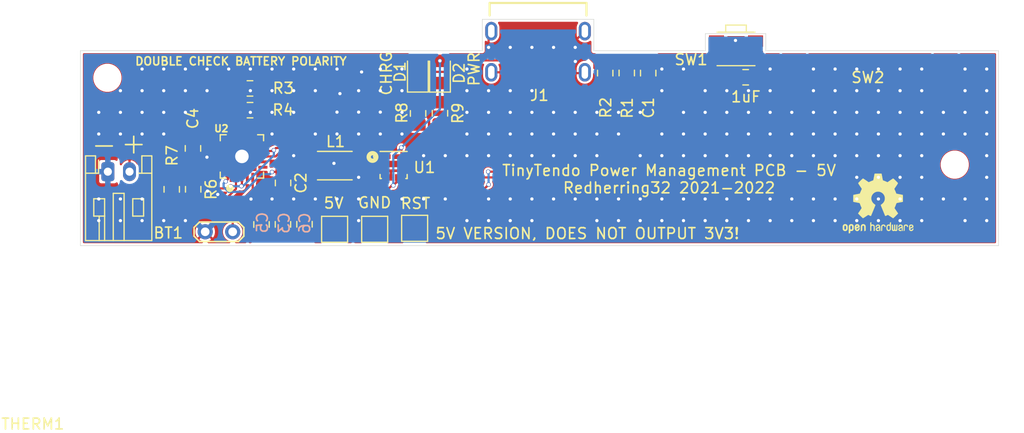
<source format=kicad_pcb>
(kicad_pcb (version 20171130) (host pcbnew "(5.1.10)-1")
  (layers (0 F.Cu signal) (31 B.Cu signal) (34 B.Paste user) (35 F.Paste user) (36 B.SilkS user) (37 F.SilkS user) (38 B.Mask user) (39 F.Mask user) (44 Edge.Cuts user))
  (net 0 "")
  (net 1 /GND)
  (net 2 "Net-(BT1-Pad1)")
  (net 3 /VBUS)
  (net 4 /VBAT)
  (net 5 /VOUT)
  (net 6 "Net-(D1-Pad1)")
  (net 7 "Net-(D2-Pad1)")
  (net 8 "Net-(L1-Pad2)")
  (net 9 "Net-(J1-PadB5)")
  (net 10 "Net-(J1-PadA5)")
  (net 11 "Net-(R3-Pad1)")
  (net 12 "Net-(R4-Pad1)")
  (net 13 "Net-(R6-Pad2)")
  (net 14 "Net-(R8-Pad2)")
  (net 15 "Net-(SW2-Pad2)")
  (net 16 "Net-(U2-Pad6)")
  (net 17 "Net-(THERM1-Pad1)")
  (net 18 /RST)
  (net 19 "Net-(U2-Pad7)")
  (module Symbol:OSHW-Logo2_7.3x6mm_SilkScreen (layer F.Cu) (at 107.71 36.4)
    (fp_text reference REF** hide)
    (fp_text value OSHW-Logo2_7.3x6mm_SilkScreen hide)
  )
  (module Capacitor_SMD:C_0805_2012Metric_Pad1.15x1.40mm_HandSolder (layer F.Cu) (at 95.48 24.75)
    (fp_text reference " " (at -3.205 0.02) (layer F.SilkS))
    (fp_text value 1uF (at 0.02 1.81) (layer F.SilkS))
    (pad 1 smd roundrect (at -1.025 0) (size 1.15 1.4) (layers F.Cu F.Paste F.Mask) (roundrect_rratio 0.217) (net 18 /RST))
    (pad 2 smd roundrect (at 1.025 0) (size 1.15 1.4) (layers F.Cu F.Paste F.Mask) (roundrect_rratio 0.2173904347826087) (net 1 /GND))
  )
  (module ChargeBoost:JST_PH_S2B-PH-K_1x02_P2.00mm_Horizontal-Mirrored (layer F.Cu) (at 36.58 33.47)
    (fp_text reference BT1 (at 5.58 5.66) (layer F.SilkS))
    (fp_text value 2800mAh)
    (pad 2 thru_hole roundrect (at 0 0) (size 1.2 1.75) (drill 0.75) (layers *.Cu *.Mask) (roundrect_rratio 0.2083325) (net 1 /GND))
    (pad 1 thru_hole oval (at 2 0) (size 1.2 1.75) (drill 0.75) (layers *.Cu *.Mask) (net 2 "Net-(BT1-Pad1)"))
  )
  (module MountingHole:MountingHole_2.2mm_M2 (layer F.Cu) (at 114.79 32.82)
    (fp_text reference " " (at 0 -3.2) (layer F.SilkS))
    (fp_text value MountingHole_2.2mm_M2)
    (pad 1 np_thru_hole circle (at 0 0) (size 2.2 2.2) (drill 2.2) (layers *.Cu *.Mask))
  )
  (module MountingHole:MountingHole_2.2mm_M2 (layer F.Cu) (at 36.54 24.8)
    (fp_text reference " " (at 0 -3.2) (layer F.SilkS))
    (fp_text value MountingHole_2.2mm_M2)
    (pad 1 np_thru_hole circle (at 0 0) (size 2.2 2.2) (drill 2.2) (layers *.Cu *.Mask))
  )
  (module TestPoint:TestPoint_2Pads_Pitch2.54mm_Drill0.8mm (layer F.Cu) (at 48.11 39.02 180)
    (fp_text reference THERM1 (at 18.46 -17.75) (layer F.SilkS))
    (fp_text value 15K)
    (pad 2 thru_hole circle (at 2.54 0 180) (size 1.4 1.4) (drill 0.8) (layers *.Cu *.Mask) (net 1 /GND))
    (pad 1 thru_hole circle (at 0 0 180) (size 1.4 1.4) (drill 0.8) (layers *.Cu *.Mask) (net 17 "Net-(THERM1-Pad1)"))
  )
  (module Button_Switch_SMD:SW_SPST_EVQP7A (layer F.Cu) (at 94.59 22.13 180)
    (fp_text reference SW1 (at 4.15 -0.99) (layer F.SilkS))
    (fp_text value SW_Push)
    (pad 2 smd rect (at -1.8 0.72 180) (size 1.4 1.05) (layers F.Cu F.Paste F.Mask) (net 18 /RST))
    (pad 2 smd rect (at 1.8 0.72 180) (size 1.4 1.05) (layers F.Cu F.Paste F.Mask) (net 18 /RST))
    (pad 1 smd rect (at -1.8 -0.72 180) (size 1.4 1.05) (layers F.Cu F.Paste F.Mask) (net 1 /GND))
    (pad 1 smd rect (at 1.8 -0.72 180) (size 1.4 1.05) (layers F.Cu F.Paste F.Mask) (net 1 /GND))
  )
  (module ChargeBoost:PWR (layer F.Cu) (at 99.95 24.28)
    (fp_text reference SW2 (at 6.82 0.49) (layer F.SilkS))
    (fp_text value PWR)
    (pad 2 smd rect (at 14 0) (size 2.2 3.5) (layers F.Cu F.Paste F.Mask) (net 15 "Net-(SW2-Pad2)"))
    (pad 1 smd rect (at 0 0) (size 2.2 3.5) (layers F.Cu F.Paste F.Mask) (net 1 /GND))
  )
  (module ChargeBoost:GCT_USB4125-GF-A_REVA2 (layer F.Cu) (at 76.31 21.29 180)
    (fp_text reference J1 (at -0.125 -5.135) (layer F.SilkS))
    (fp_text value USB4125-GF-A_REVA2)
    (fp_poly (pts (xy -4.32 -0.05) (xy -4.348785 -0.049246) (xy -4.377491 -0.046987) (xy -4.406039 -0.043229) (xy -4.434351 -0.037981) (xy -4.46235 -0.031259) (xy -4.489959 -0.023081) (xy -4.517102 -0.013469) (xy -4.543705 -0.00245) (xy -4.569695 0.009946) (xy -4.595 0.023686) (xy -4.619551 0.038731) (xy -4.643282 0.055041) (xy -4.666126 0.07257) (xy -4.688022 0.09127) (xy -4.708909 0.111091) (xy -4.72873 0.131978) (xy -4.74743 0.153874) (xy -4.764959 0.176718) (xy -4.781269 0.200449) (xy -4.796314 0.225) (xy -4.810054 0.250305) (xy -4.82245 0.276295) (xy -4.833469 0.302898) (xy -4.843081 0.330041) (xy -4.851259 0.35765) (xy -4.857981 0.385649) (xy -4.863229 0.413961) (xy -4.866987 0.442509) (xy -4.869246 0.471215) (xy -4.87 0.5) (xy -4.87 1.1) (xy -4.869246 1.128785) (xy -4.866987 1.157491) (xy -4.863229 1.186039) (xy -4.857981 1.214351) (xy -4.851259 1.24235) (xy -4.843081 1.269959) (xy -4.833469 1.297102) (xy -4.82245 1.323705) (xy -4.810054 1.349695) (xy -4.796314 1.375) (xy -4.781269 1.399551) (xy -4.764959 1.423282) (xy -4.74743 1.446126) (xy -4.72873 1.468022) (xy -4.708909 1.488909) (xy -4.688022 1.50873) (xy -4.666126 1.52743) (xy -4.643282 1.544959) (xy -4.619551 1.561269) (xy -4.595 1.576314) (xy -4.569695 1.590054) (xy -4.543705 1.60245) (xy -4.517102 1.613469) (xy -4.489959 1.623081) (xy -4.46235 1.631259) (xy -4.434351 1.637981) (xy -4.406039 1.643229) (xy -4.377491 1.646987) (xy -4.348785 1.649246) (xy -4.32 1.65) (xy -4.291215 1.649246) (xy -4.262509 1.646987) (xy -4.233961 1.643229) (xy -4.205649 1.637981) (xy -4.17765 1.631259) (xy -4.150041 1.623081) (xy -4.122898 1.613469) (xy -4.096295 1.60245) (xy -4.070305 1.590054) (xy -4.045 1.576314) (xy -4.020449 1.561269) (xy -3.996718 1.544959) (xy -3.973874 1.52743) (xy -3.951978 1.50873) (xy -3.931091 1.488909) (xy -3.91127 1.468022) (xy -3.89257 1.446126) (xy -3.875041 1.423282) (xy -3.858731 1.399551) (xy -3.843686 1.375) (xy -3.829946 1.349695) (xy -3.81755 1.323705) (xy -3.806531 1.297102) (xy -3.796919 1.269959) (xy -3.788741 1.24235) (xy -3.782019 1.214351) (xy -3.776771 1.186039) (xy -3.773013 1.157491) (xy -3.770754 1.128785) (xy -3.77 1.1) (xy -3.77 0.5) (xy -3.770754 0.471215) (xy -3.773013 0.442509) (xy -3.776771 0.413961) (xy -3.782019 0.385649) (xy -3.788741 0.35765) (xy -3.796919 0.330041) (xy -3.806531 0.302898) (xy -3.81755 0.276295) (xy -3.829946 0.250305) (xy -3.843686 0.225) (xy -3.858731 0.200449) (xy -3.875041 0.176718) (xy -3.89257 0.153874) (xy -3.91127 0.131978) (xy -3.931091 0.111091) (xy -3.951978 0.09127) (xy -3.973874 0.07257) (xy -3.996718 0.055041) (xy -4.020449 0.038731) (xy -4.045 0.023686) (xy -4.070305 0.009946) (xy -4.096295 -0.00245) (xy -4.122898 -0.013469) (xy -4.150041 -0.023081) (xy -4.17765 -0.031259) (xy -4.205649 -0.037981) (xy -4.233961 -0.043229) (xy -4.262509 -0.046987) (xy -4.291215 -0.049246) (xy -4.32 -0.05)) (layer B.Cu) (width 0.01))
    (fp_poly (pts (xy -4.32 -0.05) (xy -4.348785 -0.049246) (xy -4.377491 -0.046987) (xy -4.406039 -0.043229) (xy -4.434351 -0.037981) (xy -4.46235 -0.031259) (xy -4.489959 -0.023081) (xy -4.517102 -0.013469) (xy -4.543705 -0.00245) (xy -4.569695 0.009946) (xy -4.595 0.023686) (xy -4.619551 0.038731) (xy -4.643282 0.055041) (xy -4.666126 0.07257) (xy -4.688022 0.09127) (xy -4.708909 0.111091) (xy -4.72873 0.131978) (xy -4.74743 0.153874) (xy -4.764959 0.176718) (xy -4.781269 0.200449) (xy -4.796314 0.225) (xy -4.810054 0.250305) (xy -4.82245 0.276295) (xy -4.833469 0.302898) (xy -4.843081 0.330041) (xy -4.851259 0.35765) (xy -4.857981 0.385649) (xy -4.863229 0.413961) (xy -4.866987 0.442509) (xy -4.869246 0.471215) (xy -4.87 0.5) (xy -4.87 1.1) (xy -4.869246 1.128785) (xy -4.866987 1.157491) (xy -4.863229 1.186039) (xy -4.857981 1.214351) (xy -4.851259 1.24235) (xy -4.843081 1.269959) (xy -4.833469 1.297102) (xy -4.82245 1.323705) (xy -4.810054 1.349695) (xy -4.796314 1.375) (xy -4.781269 1.399551) (xy -4.764959 1.423282) (xy -4.74743 1.446126) (xy -4.72873 1.468022) (xy -4.708909 1.488909) (xy -4.688022 1.50873) (xy -4.666126 1.52743) (xy -4.643282 1.544959) (xy -4.619551 1.561269) (xy -4.595 1.576314) (xy -4.569695 1.590054) (xy -4.543705 1.60245) (xy -4.517102 1.613469) (xy -4.489959 1.623081) (xy -4.46235 1.631259) (xy -4.434351 1.637981) (xy -4.406039 1.643229) (xy -4.377491 1.646987) (xy -4.348785 1.649246) (xy -4.32 1.65) (xy -4.291215 1.649246) (xy -4.262509 1.646987) (xy -4.233961 1.643229) (xy -4.205649 1.637981) (xy -4.17765 1.631259) (xy -4.150041 1.623081) (xy -4.122898 1.613469) (xy -4.096295 1.60245) (xy -4.070305 1.590054) (xy -4.045 1.576314) (xy -4.020449 1.561269) (xy -3.996718 1.544959) (xy -3.973874 1.52743) (xy -3.951978 1.50873) (xy -3.931091 1.488909) (xy -3.91127 1.468022) (xy -3.89257 1.446126) (xy -3.875041 1.423282) (xy -3.858731 1.399551) (xy -3.843686 1.375) (xy -3.829946 1.349695) (xy -3.81755 1.323705) (xy -3.806531 1.297102) (xy -3.796919 1.269959) (xy -3.788741 1.24235) (xy -3.782019 1.214351) (xy -3.776771 1.186039) (xy -3.773013 1.157491) (xy -3.770754 1.128785) (xy -3.77 1.1) (xy -3.77 0.5) (xy -3.770754 0.471215) (xy -3.773013 0.442509) (xy -3.776771 0.413961) (xy -3.782019 0.385649) (xy -3.788741 0.35765) (xy -3.796919 0.330041) (xy -3.806531 0.302898) (xy -3.81755 0.276295) (xy -3.829946 0.250305) (xy -3.843686 0.225) (xy -3.858731 0.200449) (xy -3.875041 0.176718) (xy -3.89257 0.153874) (xy -3.91127 0.131978) (xy -3.931091 0.111091) (xy -3.951978 0.09127) (xy -3.973874 0.07257) (xy -3.996718 0.055041) (xy -4.020449 0.038731) (xy -4.045 0.023686) (xy -4.070305 0.009946) (xy -4.096295 -0.00245) (xy -4.122898 -0.013469) (xy -4.150041 -0.023081) (xy -4.17765 -0.031259) (xy -4.205649 -0.037981) (xy -4.233961 -0.043229) (xy -4.262509 -0.046987) (xy -4.291215 -0.049246) (xy -4.32 -0.05)) (layer F.Cu) (width 0.01))
    (fp_poly (pts (xy 4.32 -0.05) (xy 4.291215 -0.049246) (xy 4.262509 -0.046987) (xy 4.233961 -0.043229) (xy 4.205649 -0.037981) (xy 4.17765 -0.031259) (xy 4.150041 -0.023081) (xy 4.122898 -0.013469) (xy 4.096295 -0.00245) (xy 4.070305 0.009946) (xy 4.045 0.023686) (xy 4.020449 0.038731) (xy 3.996718 0.055041) (xy 3.973874 0.07257) (xy 3.951978 0.09127) (xy 3.931091 0.111091) (xy 3.91127 0.131978) (xy 3.89257 0.153874) (xy 3.875041 0.176718) (xy 3.858731 0.200449) (xy 3.843686 0.225) (xy 3.829946 0.250305) (xy 3.81755 0.276295) (xy 3.806531 0.302898) (xy 3.796919 0.330041) (xy 3.788741 0.35765) (xy 3.782019 0.385649) (xy 3.776771 0.413961) (xy 3.773013 0.442509) (xy 3.770754 0.471215) (xy 3.77 0.5) (xy 3.77 1.1) (xy 3.770754 1.128785) (xy 3.773013 1.157491) (xy 3.776771 1.186039) (xy 3.782019 1.214351) (xy 3.788741 1.24235) (xy 3.796919 1.269959) (xy 3.806531 1.297102) (xy 3.81755 1.323705) (xy 3.829946 1.349695) (xy 3.843686 1.375) (xy 3.858731 1.399551) (xy 3.875041 1.423282) (xy 3.89257 1.446126) (xy 3.91127 1.468022) (xy 3.931091 1.488909) (xy 3.951978 1.50873) (xy 3.973874 1.52743) (xy 3.996718 1.544959) (xy 4.020449 1.561269) (xy 4.045 1.576314) (xy 4.070305 1.590054) (xy 4.096295 1.60245) (xy 4.122898 1.613469) (xy 4.150041 1.623081) (xy 4.17765 1.631259) (xy 4.205649 1.637981) (xy 4.233961 1.643229) (xy 4.262509 1.646987) (xy 4.291215 1.649246) (xy 4.32 1.65) (xy 4.348785 1.649246) (xy 4.377491 1.646987) (xy 4.406039 1.643229) (xy 4.434351 1.637981) (xy 4.46235 1.631259) (xy 4.489959 1.623081) (xy 4.517102 1.613469) (xy 4.543705 1.60245) (xy 4.569695 1.590054) (xy 4.595 1.576314) (xy 4.619551 1.561269) (xy 4.643282 1.544959) (xy 4.666126 1.52743) (xy 4.688022 1.50873) (xy 4.708909 1.488909) (xy 4.72873 1.468022) (xy 4.74743 1.446126) (xy 4.764959 1.423282) (xy 4.781269 1.399551) (xy 4.796314 1.375) (xy 4.810054 1.349695) (xy 4.82245 1.323705) (xy 4.833469 1.297102) (xy 4.843081 1.269959) (xy 4.851259 1.24235) (xy 4.857981 1.214351) (xy 4.863229 1.186039) (xy 4.866987 1.157491) (xy 4.869246 1.128785) (xy 4.87 1.1) (xy 4.87 0.5) (xy 4.869246 0.471215) (xy 4.866987 0.442509) (xy 4.863229 0.413961) (xy 4.857981 0.385649) (xy 4.851259 0.35765) (xy 4.843081 0.330041) (xy 4.833469 0.302898) (xy 4.82245 0.276295) (xy 4.810054 0.250305) (xy 4.796314 0.225) (xy 4.781269 0.200449) (xy 4.764959 0.176718) (xy 4.74743 0.153874) (xy 4.72873 0.131978) (xy 4.708909 0.111091) (xy 4.688022 0.09127) (xy 4.666126 0.07257) (xy 4.643282 0.055041) (xy 4.619551 0.038731) (xy 4.595 0.023686) (xy 4.569695 0.009946) (xy 4.543705 -0.00245) (xy 4.517102 -0.013469) (xy 4.489959 -0.023081) (xy 4.46235 -0.031259) (xy 4.434351 -0.037981) (xy 4.406039 -0.043229) (xy 4.377491 -0.046987) (xy 4.348785 -0.049246) (xy 4.32 -0.05)) (layer B.Cu) (width 0.01))
    (fp_poly (pts (xy 4.32 -0.05) (xy 4.291215 -0.049246) (xy 4.262509 -0.046987) (xy 4.233961 -0.043229) (xy 4.205649 -0.037981) (xy 4.17765 -0.031259) (xy 4.150041 -0.023081) (xy 4.122898 -0.013469) (xy 4.096295 -0.00245) (xy 4.070305 0.009946) (xy 4.045 0.023686) (xy 4.020449 0.038731) (xy 3.996718 0.055041) (xy 3.973874 0.07257) (xy 3.951978 0.09127) (xy 3.931091 0.111091) (xy 3.91127 0.131978) (xy 3.89257 0.153874) (xy 3.875041 0.176718) (xy 3.858731 0.200449) (xy 3.843686 0.225) (xy 3.829946 0.250305) (xy 3.81755 0.276295) (xy 3.806531 0.302898) (xy 3.796919 0.330041) (xy 3.788741 0.35765) (xy 3.782019 0.385649) (xy 3.776771 0.413961) (xy 3.773013 0.442509) (xy 3.770754 0.471215) (xy 3.77 0.5) (xy 3.77 1.1) (xy 3.770754 1.128785) (xy 3.773013 1.157491) (xy 3.776771 1.186039) (xy 3.782019 1.214351) (xy 3.788741 1.24235) (xy 3.796919 1.269959) (xy 3.806531 1.297102) (xy 3.81755 1.323705) (xy 3.829946 1.349695) (xy 3.843686 1.375) (xy 3.858731 1.399551) (xy 3.875041 1.423282) (xy 3.89257 1.446126) (xy 3.91127 1.468022) (xy 3.931091 1.488909) (xy 3.951978 1.50873) (xy 3.973874 1.52743) (xy 3.996718 1.544959) (xy 4.020449 1.561269) (xy 4.045 1.576314) (xy 4.070305 1.590054) (xy 4.096295 1.60245) (xy 4.122898 1.613469) (xy 4.150041 1.623081) (xy 4.17765 1.631259) (xy 4.205649 1.637981) (xy 4.233961 1.643229) (xy 4.262509 1.646987) (xy 4.291215 1.649246) (xy 4.32 1.65) (xy 4.348785 1.649246) (xy 4.377491 1.646987) (xy 4.406039 1.643229) (xy 4.434351 1.637981) (xy 4.46235 1.631259) (xy 4.489959 1.623081) (xy 4.517102 1.613469) (xy 4.543705 1.60245) (xy 4.569695 1.590054) (xy 4.595 1.576314) (xy 4.619551 1.561269) (xy 4.643282 1.544959) (xy 4.666126 1.52743) (xy 4.688022 1.50873) (xy 4.708909 1.488909) (xy 4.72873 1.468022) (xy 4.74743 1.446126) (xy 4.764959 1.423282) (xy 4.781269 1.399551) (xy 4.796314 1.375) (xy 4.810054 1.349695) (xy 4.82245 1.323705) (xy 4.833469 1.297102) (xy 4.843081 1.269959) (xy 4.851259 1.24235) (xy 4.857981 1.214351) (xy 4.863229 1.186039) (xy 4.866987 1.157491) (xy 4.869246 1.128785) (xy 4.87 1.1) (xy 4.87 0.5) (xy 4.869246 0.471215) (xy 4.866987 0.442509) (xy 4.863229 0.413961) (xy 4.857981 0.385649) (xy 4.851259 0.35765) (xy 4.843081 0.330041) (xy 4.833469 0.302898) (xy 4.82245 0.276295) (xy 4.810054 0.250305) (xy 4.796314 0.225) (xy 4.781269 0.200449) (xy 4.764959 0.176718) (xy 4.74743 0.153874) (xy 4.72873 0.131978) (xy 4.708909 0.111091) (xy 4.688022 0.09127) (xy 4.666126 0.07257) (xy 4.643282 0.055041) (xy 4.619551 0.038731) (xy 4.595 0.023686) (xy 4.569695 0.009946) (xy 4.543705 -0.00245) (xy 4.517102 -0.013469) (xy 4.489959 -0.023081) (xy 4.46235 -0.031259) (xy 4.434351 -0.037981) (xy 4.406039 -0.043229) (xy 4.377491 -0.046987) (xy 4.348785 -0.049246) (xy 4.32 -0.05)) (layer F.Cu) (width 0.01))
    (fp_poly (pts (xy -4.32 -3.85) (xy -4.348785 -3.849246) (xy -4.377491 -3.846987) (xy -4.406039 -3.843229) (xy -4.434351 -3.837981) (xy -4.46235 -3.831259) (xy -4.489959 -3.823081) (xy -4.517102 -3.813469) (xy -4.543705 -3.80245) (xy -4.569695 -3.790054) (xy -4.595 -3.776314) (xy -4.619551 -3.761269) (xy -4.643282 -3.744959) (xy -4.666126 -3.72743) (xy -4.688022 -3.70873) (xy -4.708909 -3.688909) (xy -4.72873 -3.668022) (xy -4.74743 -3.646126) (xy -4.764959 -3.623282) (xy -4.781269 -3.599551) (xy -4.796314 -3.575) (xy -4.810054 -3.549695) (xy -4.82245 -3.523705) (xy -4.833469 -3.497102) (xy -4.843081 -3.469959) (xy -4.851259 -3.44235) (xy -4.857981 -3.414351) (xy -4.863229 -3.386039) (xy -4.866987 -3.357491) (xy -4.869246 -3.328785) (xy -4.87 -3.3) (xy -4.87 -2.7) (xy -4.869246 -2.671215) (xy -4.866987 -2.642509) (xy -4.863229 -2.613961) (xy -4.857981 -2.585649) (xy -4.851259 -2.55765) (xy -4.843081 -2.530041) (xy -4.833469 -2.502898) (xy -4.82245 -2.476295) (xy -4.810054 -2.450305) (xy -4.796314 -2.425) (xy -4.781269 -2.400449) (xy -4.764959 -2.376718) (xy -4.74743 -2.353874) (xy -4.72873 -2.331978) (xy -4.708909 -2.311091) (xy -4.688022 -2.29127) (xy -4.666126 -2.27257) (xy -4.643282 -2.255041) (xy -4.619551 -2.238731) (xy -4.595 -2.223686) (xy -4.569695 -2.209946) (xy -4.543705 -2.19755) (xy -4.517102 -2.186531) (xy -4.489959 -2.176919) (xy -4.46235 -2.168741) (xy -4.434351 -2.162019) (xy -4.406039 -2.156771) (xy -4.377491 -2.153013) (xy -4.348785 -2.150754) (xy -4.32 -2.15) (xy -4.291215 -2.150754) (xy -4.262509 -2.153013) (xy -4.233961 -2.156771) (xy -4.205649 -2.162019) (xy -4.17765 -2.168741) (xy -4.150041 -2.176919) (xy -4.122898 -2.186531) (xy -4.096295 -2.19755) (xy -4.070305 -2.209946) (xy -4.045 -2.223686) (xy -4.020449 -2.238731) (xy -3.996718 -2.255041) (xy -3.973874 -2.27257) (xy -3.951978 -2.29127) (xy -3.931091 -2.311091) (xy -3.91127 -2.331978) (xy -3.89257 -2.353874) (xy -3.875041 -2.376718) (xy -3.858731 -2.400449) (xy -3.843686 -2.425) (xy -3.829946 -2.450305) (xy -3.81755 -2.476295) (xy -3.806531 -2.502898) (xy -3.796919 -2.530041) (xy -3.788741 -2.55765) (xy -3.782019 -2.585649) (xy -3.776771 -2.613961) (xy -3.773013 -2.642509) (xy -3.770754 -2.671215) (xy -3.77 -2.7) (xy -3.77 -3.3) (xy -3.770754 -3.328785) (xy -3.773013 -3.357491) (xy -3.776771 -3.386039) (xy -3.782019 -3.414351) (xy -3.788741 -3.44235) (xy -3.796919 -3.469959) (xy -3.806531 -3.497102) (xy -3.81755 -3.523705) (xy -3.829946 -3.549695) (xy -3.843686 -3.575) (xy -3.858731 -3.599551) (xy -3.875041 -3.623282) (xy -3.89257 -3.646126) (xy -3.91127 -3.668022) (xy -3.931091 -3.688909) (xy -3.951978 -3.70873) (xy -3.973874 -3.72743) (xy -3.996718 -3.744959) (xy -4.020449 -3.761269) (xy -4.045 -3.776314) (xy -4.070305 -3.790054) (xy -4.096295 -3.80245) (xy -4.122898 -3.813469) (xy -4.150041 -3.823081) (xy -4.17765 -3.831259) (xy -4.205649 -3.837981) (xy -4.233961 -3.843229) (xy -4.262509 -3.846987) (xy -4.291215 -3.849246) (xy -4.32 -3.85)) (layer B.Cu) (width 0.01))
    (fp_poly (pts (xy -4.32 -3.85) (xy -4.348785 -3.849246) (xy -4.377491 -3.846987) (xy -4.406039 -3.843229) (xy -4.434351 -3.837981) (xy -4.46235 -3.831259) (xy -4.489959 -3.823081) (xy -4.517102 -3.813469) (xy -4.543705 -3.80245) (xy -4.569695 -3.790054) (xy -4.595 -3.776314) (xy -4.619551 -3.761269) (xy -4.643282 -3.744959) (xy -4.666126 -3.72743) (xy -4.688022 -3.70873) (xy -4.708909 -3.688909) (xy -4.72873 -3.668022) (xy -4.74743 -3.646126) (xy -4.764959 -3.623282) (xy -4.781269 -3.599551) (xy -4.796314 -3.575) (xy -4.810054 -3.549695) (xy -4.82245 -3.523705) (xy -4.833469 -3.497102) (xy -4.843081 -3.469959) (xy -4.851259 -3.44235) (xy -4.857981 -3.414351) (xy -4.863229 -3.386039) (xy -4.866987 -3.357491) (xy -4.869246 -3.328785) (xy -4.87 -3.3) (xy -4.87 -2.7) (xy -4.869246 -2.671215) (xy -4.866987 -2.642509) (xy -4.863229 -2.613961) (xy -4.857981 -2.585649) (xy -4.851259 -2.55765) (xy -4.843081 -2.530041) (xy -4.833469 -2.502898) (xy -4.82245 -2.476295) (xy -4.810054 -2.450305) (xy -4.796314 -2.425) (xy -4.781269 -2.400449) (xy -4.764959 -2.376718) (xy -4.74743 -2.353874) (xy -4.72873 -2.331978) (xy -4.708909 -2.311091) (xy -4.688022 -2.29127) (xy -4.666126 -2.27257) (xy -4.643282 -2.255041) (xy -4.619551 -2.238731) (xy -4.595 -2.223686) (xy -4.569695 -2.209946) (xy -4.543705 -2.19755) (xy -4.517102 -2.186531) (xy -4.489959 -2.176919) (xy -4.46235 -2.168741) (xy -4.434351 -2.162019) (xy -4.406039 -2.156771) (xy -4.377491 -2.153013) (xy -4.348785 -2.150754) (xy -4.32 -2.15) (xy -4.291215 -2.150754) (xy -4.262509 -2.153013) (xy -4.233961 -2.156771) (xy -4.205649 -2.162019) (xy -4.17765 -2.168741) (xy -4.150041 -2.176919) (xy -4.122898 -2.186531) (xy -4.096295 -2.19755) (xy -4.070305 -2.209946) (xy -4.045 -2.223686) (xy -4.020449 -2.238731) (xy -3.996718 -2.255041) (xy -3.973874 -2.27257) (xy -3.951978 -2.29127) (xy -3.931091 -2.311091) (xy -3.91127 -2.331978) (xy -3.89257 -2.353874) (xy -3.875041 -2.376718) (xy -3.858731 -2.400449) (xy -3.843686 -2.425) (xy -3.829946 -2.450305) (xy -3.81755 -2.476295) (xy -3.806531 -2.502898) (xy -3.796919 -2.530041) (xy -3.788741 -2.55765) (xy -3.782019 -2.585649) (xy -3.776771 -2.613961) (xy -3.773013 -2.642509) (xy -3.770754 -2.671215) (xy -3.77 -2.7) (xy -3.77 -3.3) (xy -3.770754 -3.328785) (xy -3.773013 -3.357491) (xy -3.776771 -3.386039) (xy -3.782019 -3.414351) (xy -3.788741 -3.44235) (xy -3.796919 -3.469959) (xy -3.806531 -3.497102) (xy -3.81755 -3.523705) (xy -3.829946 -3.549695) (xy -3.843686 -3.575) (xy -3.858731 -3.599551) (xy -3.875041 -3.623282) (xy -3.89257 -3.646126) (xy -3.91127 -3.668022) (xy -3.931091 -3.688909) (xy -3.951978 -3.70873) (xy -3.973874 -3.72743) (xy -3.996718 -3.744959) (xy -4.020449 -3.761269) (xy -4.045 -3.776314) (xy -4.070305 -3.790054) (xy -4.096295 -3.80245) (xy -4.122898 -3.813469) (xy -4.150041 -3.823081) (xy -4.17765 -3.831259) (xy -4.205649 -3.837981) (xy -4.233961 -3.843229) (xy -4.262509 -3.846987) (xy -4.291215 -3.849246) (xy -4.32 -3.85)) (layer F.Cu) (width 0.01))
    (fp_poly (pts (xy 4.32 -3.85) (xy 4.291215 -3.849246) (xy 4.262509 -3.846987) (xy 4.233961 -3.843229) (xy 4.205649 -3.837981) (xy 4.17765 -3.831259) (xy 4.150041 -3.823081) (xy 4.122898 -3.813469) (xy 4.096295 -3.80245) (xy 4.070305 -3.790054) (xy 4.045 -3.776314) (xy 4.020449 -3.761269) (xy 3.996718 -3.744959) (xy 3.973874 -3.72743) (xy 3.951978 -3.70873) (xy 3.931091 -3.688909) (xy 3.91127 -3.668022) (xy 3.89257 -3.646126) (xy 3.875041 -3.623282) (xy 3.858731 -3.599551) (xy 3.843686 -3.575) (xy 3.829946 -3.549695) (xy 3.81755 -3.523705) (xy 3.806531 -3.497102) (xy 3.796919 -3.469959) (xy 3.788741 -3.44235) (xy 3.782019 -3.414351) (xy 3.776771 -3.386039) (xy 3.773013 -3.357491) (xy 3.770754 -3.328785) (xy 3.77 -3.3) (xy 3.77 -2.7) (xy 3.770754 -2.671215) (xy 3.773013 -2.642509) (xy 3.776771 -2.613961) (xy 3.782019 -2.585649) (xy 3.788741 -2.55765) (xy 3.796919 -2.530041) (xy 3.806531 -2.502898) (xy 3.81755 -2.476295) (xy 3.829946 -2.450305) (xy 3.843686 -2.425) (xy 3.858731 -2.400449) (xy 3.875041 -2.376718) (xy 3.89257 -2.353874) (xy 3.91127 -2.331978) (xy 3.931091 -2.311091) (xy 3.951978 -2.29127) (xy 3.973874 -2.27257) (xy 3.996718 -2.255041) (xy 4.020449 -2.238731) (xy 4.045 -2.223686) (xy 4.070305 -2.209946) (xy 4.096295 -2.19755) (xy 4.122898 -2.186531) (xy 4.150041 -2.176919) (xy 4.17765 -2.168741) (xy 4.205649 -2.162019) (xy 4.233961 -2.156771) (xy 4.262509 -2.153013) (xy 4.291215 -2.150754) (xy 4.32 -2.15) (xy 4.348785 -2.150754) (xy 4.377491 -2.153013) (xy 4.406039 -2.156771) (xy 4.434351 -2.162019) (xy 4.46235 -2.168741) (xy 4.489959 -2.176919) (xy 4.517102 -2.186531) (xy 4.543705 -2.19755) (xy 4.569695 -2.209946) (xy 4.595 -2.223686) (xy 4.619551 -2.238731) (xy 4.643282 -2.255041) (xy 4.666126 -2.27257) (xy 4.688022 -2.29127) (xy 4.708909 -2.311091) (xy 4.72873 -2.331978) (xy 4.74743 -2.353874) (xy 4.764959 -2.376718) (xy 4.781269 -2.400449) (xy 4.796314 -2.425) (xy 4.810054 -2.450305) (xy 4.82245 -2.476295) (xy 4.833469 -2.502898) (xy 4.843081 -2.530041) (xy 4.851259 -2.55765) (xy 4.857981 -2.585649) (xy 4.863229 -2.613961) (xy 4.866987 -2.642509) (xy 4.869246 -2.671215) (xy 4.87 -2.7) (xy 4.87 -3.3) (xy 4.869246 -3.328785) (xy 4.866987 -3.357491) (xy 4.863229 -3.386039) (xy 4.857981 -3.414351) (xy 4.851259 -3.44235) (xy 4.843081 -3.469959) (xy 4.833469 -3.497102) (xy 4.82245 -3.523705) (xy 4.810054 -3.549695) (xy 4.796314 -3.575) (xy 4.781269 -3.599551) (xy 4.764959 -3.623282) (xy 4.74743 -3.646126) (xy 4.72873 -3.668022) (xy 4.708909 -3.688909) (xy 4.688022 -3.70873) (xy 4.666126 -3.72743) (xy 4.643282 -3.744959) (xy 4.619551 -3.761269) (xy 4.595 -3.776314) (xy 4.569695 -3.790054) (xy 4.543705 -3.80245) (xy 4.517102 -3.813469) (xy 4.489959 -3.823081) (xy 4.46235 -3.831259) (xy 4.434351 -3.837981) (xy 4.406039 -3.843229) (xy 4.377491 -3.846987) (xy 4.348785 -3.849246) (xy 4.32 -3.85)) (layer B.Cu) (width 0.01))
    (fp_poly (pts (xy 4.32 -3.85) (xy 4.291215 -3.849246) (xy 4.262509 -3.846987) (xy 4.233961 -3.843229) (xy 4.205649 -3.837981) (xy 4.17765 -3.831259) (xy 4.150041 -3.823081) (xy 4.122898 -3.813469) (xy 4.096295 -3.80245) (xy 4.070305 -3.790054) (xy 4.045 -3.776314) (xy 4.020449 -3.761269) (xy 3.996718 -3.744959) (xy 3.973874 -3.72743) (xy 3.951978 -3.70873) (xy 3.931091 -3.688909) (xy 3.91127 -3.668022) (xy 3.89257 -3.646126) (xy 3.875041 -3.623282) (xy 3.858731 -3.599551) (xy 3.843686 -3.575) (xy 3.829946 -3.549695) (xy 3.81755 -3.523705) (xy 3.806531 -3.497102) (xy 3.796919 -3.469959) (xy 3.788741 -3.44235) (xy 3.782019 -3.414351) (xy 3.776771 -3.386039) (xy 3.773013 -3.357491) (xy 3.770754 -3.328785) (xy 3.77 -3.3) (xy 3.77 -2.7) (xy 3.770754 -2.671215) (xy 3.773013 -2.642509) (xy 3.776771 -2.613961) (xy 3.782019 -2.585649) (xy 3.788741 -2.55765) (xy 3.796919 -2.530041) (xy 3.806531 -2.502898) (xy 3.81755 -2.476295) (xy 3.829946 -2.450305) (xy 3.843686 -2.425) (xy 3.858731 -2.400449) (xy 3.875041 -2.376718) (xy 3.89257 -2.353874) (xy 3.91127 -2.331978) (xy 3.931091 -2.311091) (xy 3.951978 -2.29127) (xy 3.973874 -2.27257) (xy 3.996718 -2.255041) (xy 4.020449 -2.238731) (xy 4.045 -2.223686) (xy 4.070305 -2.209946) (xy 4.096295 -2.19755) (xy 4.122898 -2.186531) (xy 4.150041 -2.176919) (xy 4.17765 -2.168741) (xy 4.205649 -2.162019) (xy 4.233961 -2.156771) (xy 4.262509 -2.153013) (xy 4.291215 -2.150754) (xy 4.32 -2.15) (xy 4.348785 -2.150754) (xy 4.377491 -2.153013) (xy 4.406039 -2.156771) (xy 4.434351 -2.162019) (xy 4.46235 -2.168741) (xy 4.489959 -2.176919) (xy 4.517102 -2.186531) (xy 4.543705 -2.19755) (xy 4.569695 -2.209946) (xy 4.595 -2.223686) (xy 4.619551 -2.238731) (xy 4.643282 -2.255041) (xy 4.666126 -2.27257) (xy 4.688022 -2.29127) (xy 4.708909 -2.311091) (xy 4.72873 -2.331978) (xy 4.74743 -2.353874) (xy 4.764959 -2.376718) (xy 4.781269 -2.400449) (xy 4.796314 -2.425) (xy 4.810054 -2.450305) (xy 4.82245 -2.476295) (xy 4.833469 -2.502898) (xy 4.843081 -2.530041) (xy 4.851259 -2.55765) (xy 4.857981 -2.585649) (xy 4.863229 -2.613961) (xy 4.866987 -2.642509) (xy 4.869246 -2.671215) (xy 4.87 -2.7) (xy 4.87 -3.3) (xy 4.869246 -3.328785) (xy 4.866987 -3.357491) (xy 4.863229 -3.386039) (xy 4.857981 -3.414351) (xy 4.851259 -3.44235) (xy 4.843081 -3.469959) (xy 4.833469 -3.497102) (xy 4.82245 -3.523705) (xy 4.810054 -3.549695) (xy 4.796314 -3.575) (xy 4.781269 -3.599551) (xy 4.764959 -3.623282) (xy 4.74743 -3.646126) (xy 4.72873 -3.668022) (xy 4.708909 -3.688909) (xy 4.688022 -3.70873) (xy 4.666126 -3.72743) (xy 4.643282 -3.744959) (xy 4.619551 -3.761269) (xy 4.595 -3.776314) (xy 4.569695 -3.790054) (xy 4.543705 -3.80245) (xy 4.517102 -3.813469) (xy 4.489959 -3.823081) (xy 4.46235 -3.831259) (xy 4.434351 -3.837981) (xy 4.406039 -3.843229) (xy 4.377491 -3.846987) (xy 4.348785 -3.849246) (xy 4.32 -3.85)) (layer F.Cu) (width 0.01))
    (pad S1 thru_hole oval (at 4.32 0.8 180) (size 0.8 1.6) (drill oval 0.6 1.2) (layers *.Cu) (net 1 /GND))
    (pad S1 thru_hole oval (at -4.32 0.8 180) (size 0.8 1.6) (drill oval 0.6 1.2) (layers *.Cu) (net 1 /GND))
    (pad S1 thru_hole oval (at 4.32 -3 180) (size 0.8 1.6) (drill oval 0.6 1.2) (layers *.Cu) (net 1 /GND))
    (pad S1 thru_hole oval (at -4.32 -3 180) (size 0.8 1.6) (drill oval 0.6 1.2) (layers *.Cu) (net 1 /GND))
    (pad B5 smd rect (at 0.5 -3.08 180) (size 0.7 1.2) (layers F.Cu F.Paste F.Mask) (net 9 "Net-(J1-PadB5)"))
    (pad A5 smd rect (at -0.5 -3.08 180) (size 0.7 1.2) (layers F.Cu F.Paste F.Mask) (net 10 "Net-(J1-PadA5)"))
    (pad A9 smd rect (at 1.52 -3.08 180) (size 0.76 1.2) (layers F.Cu F.Paste F.Mask) (net 3 /VBUS))
    (pad B9 smd rect (at -1.52 -3.08 180) (size 0.76 1.2) (layers F.Cu F.Paste F.Mask) (net 3 /VBUS))
    (pad A12 smd rect (at 2.75 -3.08 180) (size 0.8 1.2) (layers F.Cu F.Paste F.Mask) (net 1 /GND))
    (pad B12 smd rect (at -2.75 -3.08 180) (size 0.8 1.2) (layers F.Cu F.Paste F.Mask) (net 1 /GND))
  )
  (module ChargeBoost:IND_LQH32CN1R0M23L (layer F.Cu) (at 57.54 32.91 180)
    (fp_text reference L1 (at -0.07 2.22) (layer F.SilkS))
    (fp_text value 1uH)
    (fp_poly (pts (xy -1.65 -1) (xy -0.65 -1) (xy -0.65 1) (xy -1.65 1) (xy -1.65 0.5) (xy -2.75 0.5) (xy -2.75 -0.5) (xy -1.65 -0.5)) (layer F.Cu) (width 0.01))
    (fp_poly (pts (xy 1.65 1) (xy 0.65 1) (xy 0.65 -1) (xy 1.65 -1) (xy 1.65 -0.5) (xy 2.75 -0.5) (xy 2.75 0.5) (xy 1.65 0.5)) (layer F.Cu) (width 0.01))
    (pad 2 smd rect (at 1.15 0 180) (size 1 2) (layers F.Cu) (net 8 "Net-(L1-Pad2)"))
    (pad 1 smd rect (at -1.15 0 180) (size 1 2) (layers F.Cu) (net 4 /VBAT))
  )
  (module ChargeBoost:QFN50P400X400X100-21N (layer F.Cu) (at 48.96 32.06 90)
    (fp_text reference U2 (at 2.57 -1.9 180) (layer F.SilkS) (effects (font (size 0.64 0.64))))
    (fp_text value MCP73871-2AAI_ML)
    (pad 21 smd rect (at 0 0 90) (size 2.7 2.7) (layers F.Cu F.Mask) (net 1 /GND))
    (pad 20 smd rect (at -1 -1.935 90) (size 0.26 0.84) (layers F.Cu F.Paste F.Mask) (net 4 /VBAT))
    (pad 19 smd rect (at -0.5 -1.935 90) (size 0.26 0.84) (layers F.Cu F.Paste F.Mask) (net 3 /VBUS))
    (pad 18 smd rect (at 0 -1.935 90) (size 0.26 0.84) (layers F.Cu F.Paste F.Mask) (net 3 /VBUS))
    (pad 17 smd rect (at 0.5 -1.935 90) (size 0.26 0.84) (layers F.Cu F.Paste F.Mask) (net 3 /VBUS))
    (pad 16 smd rect (at 1 -1.935 90) (size 0.26 0.84) (layers F.Cu F.Paste F.Mask) (net 2 "Net-(BT1-Pad1)"))
    (pad 15 smd rect (at 1.935 -1 90) (size 0.84 0.26) (layers F.Cu F.Paste F.Mask) (net 2 "Net-(BT1-Pad1)"))
    (pad 14 smd rect (at 1.935 -0.5 90) (size 0.84 0.26) (layers F.Cu F.Paste F.Mask) (net 2 "Net-(BT1-Pad1)"))
    (pad 13 smd rect (at 1.935 0 90) (size 0.84 0.26) (layers F.Cu F.Paste F.Mask) (net 11 "Net-(R3-Pad1)"))
    (pad 12 smd rect (at 1.935 0.5 90) (size 0.84 0.26) (layers F.Cu F.Paste F.Mask) (net 12 "Net-(R4-Pad1)"))
    (pad 11 smd rect (at 1.935 1 90) (size 0.84 0.26) (layers F.Cu F.Paste F.Mask) (net 1 /GND))
    (pad 10 smd rect (at 1 1.935 90) (size 0.26 0.84) (layers F.Cu F.Paste F.Mask) (net 1 /GND))
    (pad 9 smd rect (at 0.5 1.935 90) (size 0.26 0.84) (layers F.Cu F.Paste F.Mask) (net 3 /VBUS))
    (pad 8 smd rect (at 0 1.935 90) (size 0.26 0.84) (layers F.Cu F.Paste F.Mask) (net 14 "Net-(R8-Pad2)"))
    (pad 7 smd rect (at -0.5 1.935 90) (size 0.26 0.84) (layers F.Cu F.Paste F.Mask) (net 19 "Net-(U2-Pad7)"))
    (pad 6 smd rect (at -1 1.935 90) (size 0.26 0.84) (layers F.Cu F.Paste F.Mask) (net 16 "Net-(U2-Pad6)"))
    (pad 5 smd rect (at -1.935 1 90) (size 0.84 0.26) (layers F.Cu F.Paste F.Mask) (net 17 "Net-(THERM1-Pad1)"))
    (pad 4 smd rect (at -1.935 0.5 90) (size 0.84 0.26) (layers F.Cu F.Paste F.Mask) (net 3 /VBUS))
    (pad 3 smd rect (at -1.935 0 90) (size 0.84 0.26) (layers F.Cu F.Paste F.Mask) (net 3 /VBUS))
    (pad 2 smd rect (at -1.935 -0.5 90) (size 0.84 0.26) (layers F.Cu F.Paste F.Mask) (net 13 "Net-(R6-Pad2)"))
    (pad 1 smd rect (at -1.935 -1 90) (size 0.84 0.26) (layers F.Cu F.Paste F.Mask) (net 4 /VBAT))
  )
  (module ChargeBoost:CONV_TPS61235PRWLT (layer F.Cu) (at 62.97 32.85)
    (fp_text reference U1 (at 2.85 0.23) (layer F.SilkS) (effects (font (size 1.000992 1.000992))))
    (fp_text value TPS61235PRWLT)
    (fp_poly (pts (xy -0.558664 0.04) (xy 0.5575 0.04) (xy 0.5575 0.200418) (xy -0.558664 0.200418)) (layer F.Cu) (width 0.01))
    (pad 8 smd rect (at 1.15 0.475) (size 0.6 0.25) (layers F.Cu F.Paste) (net 1 /GND))
    (pad 7 smd rect (at 0.75 1.15) (size 0.25 0.6) (layers F.Cu F.Paste) (net 15 "Net-(SW2-Pad2)"))
    (pad 6 smd rect (at 0.25 1.15) (size 0.25 0.6) (layers F.Cu F.Paste) (net 5 /VOUT))
    (pad 5 smd rect (at -0.25 1.15) (size 0.25 0.6) (layers F.Cu F.Paste) (net 1 /GND))
    (pad 4 smd rect (at -0.75 1.15) (size 0.25 0.6) (layers F.Cu F.Paste) (net 1 /GND))
    (pad 3 smd rect (at -1.15 0.475) (size 0.6 0.25) (layers F.Cu F.Paste) (net 4 /VBAT))
    (pad 2 smd rect (at 0 -0.17) (size 3.04 0.44) (layers F.Cu) (net 8 "Net-(L1-Pad2)"))
    (pad 9 smd rect (at 0.725 -0.77) (size 1.59 0.44) (layers F.Cu) (net 5 /VOUT))
    (pad 1 smd rect (at -0.9 -0.77) (size 1.24 0.44) (layers F.Cu) (net 1 /GND))
  )
  (module Resistor_SMD:R_0805_2012Metric_Pad1.15x1.40mm_HandSolder (layer F.Cu) (at 67.25 28.075 270)
    (fp_text reference R9 (at 0 -1.65 90) (layer F.SilkS))
    (fp_text value 91R)
    (pad 2 smd roundrect (at 1.025 0 270) (size 1.15 1.4) (layers F.Cu F.Paste F.Mask) (roundrect_rratio 0.2173904347826087) (net 1 /GND))
    (pad 1 smd roundrect (at -1.025 0 270) (size 1.15 1.4) (layers F.Cu F.Paste F.Mask) (roundrect_rratio 0.2173904347826087) (net 7 "Net-(D2-Pad1)"))
  )
  (module Resistor_SMD:R_0805_2012Metric_Pad1.15x1.40mm_HandSolder (layer F.Cu) (at 65.23 28.09 270)
    (fp_text reference R8 (at -0.05 1.5 90) (layer F.SilkS))
    (fp_text value 1K)
    (pad 2 smd roundrect (at 1.025 0 270) (size 1.15 1.4) (layers F.Cu F.Paste F.Mask) (roundrect_rratio 0.2173904347826087) (net 14 "Net-(R8-Pad2)"))
    (pad 1 smd roundrect (at -1.025 0 270) (size 1.15 1.4) (layers F.Cu F.Paste F.Mask) (roundrect_rratio 0.2173904347826087) (net 6 "Net-(D1-Pad1)"))
  )
  (module Resistor_SMD:R_0805_2012Metric_Pad1.15x1.40mm_HandSolder (layer F.Cu) (at 42.48 35.1 90)
    (fp_text reference R7 (at 3.11 0.03 90) (layer F.SilkS))
    (fp_text value 100K)
    (pad 2 smd roundrect (at 1.025 0 90) (size 1.15 1.4) (layers F.Cu F.Paste F.Mask) (roundrect_rratio 0.2173904347826087) (net 1 /GND))
    (pad 1 smd roundrect (at -1.025 0 90) (size 1.15 1.4) (layers F.Cu F.Paste F.Mask) (roundrect_rratio 0.2173904347826087) (net 13 "Net-(R6-Pad2)"))
  )
  (module Resistor_SMD:R_0805_2012Metric_Pad1.15x1.40mm_HandSolder (layer F.Cu) (at 44.46 35.095 270)
    (fp_text reference R6 (at 0 -1.65 90) (layer F.SilkS))
    (fp_text value 270K)
    (pad 2 smd roundrect (at 1.025 0 270) (size 1.15 1.4) (layers F.Cu F.Paste F.Mask) (roundrect_rratio 0.2173904347826087) (net 13 "Net-(R6-Pad2)"))
    (pad 1 smd roundrect (at -1.025 0 270) (size 1.15 1.4) (layers F.Cu F.Paste F.Mask) (roundrect_rratio 0.2173904347826087) (net 3 /VBUS))
  )
  (module Resistor_SMD:R_0805_2012Metric_Pad1.15x1.40mm_HandSolder (layer F.Cu) (at 49.71 27.79)
    (fp_text reference R4 (at 3.05 -0.02) (layer F.SilkS))
    (fp_text value 100K)
    (pad 2 smd roundrect (at 1.025 0) (size 1.15 1.4) (layers F.Cu F.Paste F.Mask) (roundrect_rratio 0.2173904347826087) (net 1 /GND))
    (pad 1 smd roundrect (at -1.025 0) (size 1.15 1.4) (layers F.Cu F.Paste F.Mask) (roundrect_rratio 0.2173904347826087) (net 12 "Net-(R4-Pad1)"))
  )
  (module Resistor_SMD:R_0805_2012Metric_Pad1.15x1.40mm_HandSolder (layer F.Cu) (at 49.705 25.78)
    (fp_text reference R3 (at 3.085 -0.02) (layer F.SilkS))
    (fp_text value 1K)
    (pad 2 smd roundrect (at 1.025 0) (size 1.15 1.4) (layers F.Cu F.Paste F.Mask) (roundrect_rratio 0.2173904347826087) (net 1 /GND))
    (pad 1 smd roundrect (at -1.025 0) (size 1.15 1.4) (layers F.Cu F.Paste F.Mask) (roundrect_rratio 0.2173904347826087) (net 11 "Net-(R3-Pad1)"))
  )
  (module Resistor_SMD:R_0805_2012Metric_Pad1.15x1.40mm_HandSolder (layer F.Cu) (at 82.51 24.365 90)
    (fp_text reference R2 (at -3.195 0.05 90) (layer F.SilkS))
    (fp_text value 5K1)
    (pad 2 smd roundrect (at 1.025 0 90) (size 1.15 1.4) (layers F.Cu F.Paste F.Mask) (roundrect_rratio 0.2173904347826087) (net 1 /GND))
    (pad 1 smd roundrect (at -1.025 0 90) (size 1.15 1.4) (layers F.Cu F.Paste F.Mask) (roundrect_rratio 0.2173904347826087) (net 10 "Net-(J1-PadA5)"))
  )
  (module Resistor_SMD:R_0805_2012Metric_Pad1.15x1.40mm_HandSolder (layer F.Cu) (at 84.5 24.355 90)
    (fp_text reference R1 (at -3.235 0.04 90) (layer F.SilkS))
    (fp_text value 5K1)
    (pad 2 smd roundrect (at 1.025 0 90) (size 1.15 1.4) (layers F.Cu F.Paste F.Mask) (roundrect_rratio 0.2173904347826087) (net 1 /GND))
    (pad 1 smd roundrect (at -1.025 0 90) (size 1.15 1.4) (layers F.Cu F.Paste F.Mask) (roundrect_rratio 0.2173904347826087) (net 9 "Net-(J1-PadB5)"))
  )
  (module TestPoint:TestPoint_Pad_2.0x2.0mm (layer F.Cu) (at 64.91 38.7)
    (fp_text reference J5)
    (fp_text value Conn_01x01_Male)
    (pad 1 smd rect (at 0 0) (size 2 2) (layers F.Cu F.Mask) (net 18 /RST))
  )
  (module TestPoint:TestPoint_Pad_2.0x2.0mm (layer F.Cu) (at 57.52 38.79)
    (fp_text reference J4)
    (fp_text value Conn_01x01_Male)
    (pad 1 smd rect (at 0 0) (size 2 2) (layers F.Cu F.Mask) (net 5 /VOUT))
  )
  (module TestPoint:TestPoint_Pad_2.0x2.0mm (layer F.Cu) (at 61.22 38.79)
    (fp_text reference J3)
    (fp_text value Conn_01x01_Male)
    (pad 1 smd rect (at 0 0) (size 2 2) (layers F.Cu F.Mask) (net 1 /GND))
  )
  (module LED_SMD:LED_0805_2012Metric_Pad1.15x1.40mm_HandSolder (layer F.Cu) (at 67.25 24.26 90)
    (fp_text reference D2 (at -0.11 1.77 90) (layer F.SilkS))
    (fp_text value BLUE)
    (pad 2 smd roundrect (at 1.025 0 90) (size 1.15 1.4) (layers F.Cu F.Paste F.Mask) (roundrect_rratio 0.2173904347826087) (net 5 /VOUT))
    (pad 1 smd roundrect (at -1.025 0 90) (size 1.15 1.4) (layers F.Cu F.Paste F.Mask) (roundrect_rratio 0.2173904347826087) (net 7 "Net-(D2-Pad1)"))
  )
  (module LED_SMD:LED_0805_2012Metric_Pad1.15x1.40mm_HandSolder (layer F.Cu) (at 65.21 24.255 90)
    (fp_text reference D1 (at 0 -1.65 90) (layer F.SilkS))
    (fp_text value Red)
    (pad 2 smd roundrect (at 1.025 0 90) (size 1.15 1.4) (layers F.Cu F.Paste F.Mask) (roundrect_rratio 0.2173904347826087) (net 3 /VBUS))
    (pad 1 smd roundrect (at -1.025 0 90) (size 1.15 1.4) (layers F.Cu F.Paste F.Mask) (roundrect_rratio 0.2173904347826087) (net 6 "Net-(D1-Pad1)"))
  )
  (module Capacitor_SMD:C_0805_2012Metric_Pad1.15x1.40mm_HandSolder (layer F.Cu) (at 54.74 38.325 90)
    (fp_text reference C6 (at 0.095 0.02 90) (layer B.SilkS) (effects (justify mirror)))
    (fp_text value 22uF)
    (pad 2 smd roundrect (at 1.025 0 90) (size 1.15 1.4) (layers F.Cu F.Paste F.Mask) (roundrect_rratio 0.2173904347826087) (net 1 /GND))
    (pad 1 smd roundrect (at -1.025 0 90) (size 1.15 1.4) (layers F.Cu F.Paste F.Mask) (roundrect_rratio 0.2173904347826087) (net 5 /VOUT))
  )
  (module Capacitor_SMD:C_0805_2012Metric_Pad1.15x1.40mm_HandSolder (layer F.Cu) (at 50.77 38.345 90)
    (fp_text reference C5 (at 0.175 0.08 90) (layer B.SilkS) (effects (justify mirror)))
    (fp_text value 22uF)
    (pad 2 smd roundrect (at 1.025 0 90) (size 1.15 1.4) (layers F.Cu F.Paste F.Mask) (roundrect_rratio 0.2173904347826087) (net 1 /GND))
    (pad 1 smd roundrect (at -1.025 0 90) (size 1.15 1.4) (layers F.Cu F.Paste F.Mask) (roundrect_rratio 0.2173904347826087) (net 5 /VOUT))
  )
  (module Capacitor_SMD:C_0805_2012Metric_Pad1.15x1.40mm_HandSolder (layer F.Cu) (at 44.44 31.32 270)
    (fp_text reference C4 (at -2.76 0.02 90) (layer F.SilkS))
    (fp_text value 10uF)
    (pad 2 smd roundrect (at 1.025 0 270) (size 1.15 1.4) (layers F.Cu F.Paste F.Mask) (roundrect_rratio 0.2173904347826087) (net 1 /GND))
    (pad 1 smd roundrect (at -1.025 0 270) (size 1.15 1.4) (layers F.Cu F.Paste F.Mask) (roundrect_rratio 0.2173904347826087) (net 2 "Net-(BT1-Pad1)"))
  )
  (module Capacitor_SMD:C_0805_2012Metric_Pad1.15x1.40mm_HandSolder (layer F.Cu) (at 52.75 38.335 90)
    (fp_text reference C3 (at 0.125 0.11 90) (layer B.SilkS) (effects (justify mirror)))
    (fp_text value 22uF)
    (pad 2 smd roundrect (at 1.025 0 90) (size 1.15 1.4) (layers F.Cu F.Paste F.Mask) (roundrect_rratio 0.2173904347826087) (net 1 /GND))
    (pad 1 smd roundrect (at -1.025 0 90) (size 1.15 1.4) (layers F.Cu F.Paste F.Mask) (roundrect_rratio 0.2173904347826087) (net 5 /VOUT))
  )
  (module Capacitor_SMD:C_0805_2012Metric_Pad1.15x1.40mm_HandSolder (layer F.Cu) (at 52.76 34.51 270)
    (fp_text reference C2 (at 0 -1.65 90) (layer F.SilkS))
    (fp_text value 10uF)
    (pad 2 smd roundrect (at 1.025 0 270) (size 1.15 1.4) (layers F.Cu F.Paste F.Mask) (roundrect_rratio 0.2173904347826087) (net 1 /GND))
    (pad 1 smd roundrect (at -1.025 0 270) (size 1.15 1.4) (layers F.Cu F.Paste F.Mask) (roundrect_rratio 0.2173904347826087) (net 4 /VBAT))
  )
  (module Capacitor_SMD:C_0805_2012Metric_Pad1.15x1.40mm_HandSolder (layer F.Cu) (at 86.48 24.365 90)
    (fp_text reference C1 (at -3.205 0.02 90) (layer F.SilkS))
    (fp_text value 10uF)
    (pad 2 smd roundrect (at 1.025 0 90) (size 1.15 1.4) (layers F.Cu F.Paste F.Mask) (roundrect_rratio 0.2173904347826087) (net 1 /GND))
    (pad 1 smd roundrect (at -1.025 0 90) (size 1.15 1.4) (layers F.Cu F.Paste F.Mask) (roundrect_rratio 0.2173904347826087) (net 3 /VBUS))
  )
  (gr_circle (center 61.02 32.11) (end 61.17 32.11) (layer F.SilkS) (width 0.4))
  (gr_circle (center 47.85 35) (end 48.05 35) (layer F.SilkS) (width 0.3))
  (gr_text "DOUBLE CHECK BATTERY POLARITY" (at 48.87 23.27) (layer F.SilkS) (effects (font (size 0.75 0.75))))
  (gr_text - (at 36.23 30.94) (layer F.SilkS) (effects (font (size 2 2))))
  (gr_text + (at 38.97 30.81) (layer F.SilkS) (effects (font (size 2 2))))
  (gr_text PWR (at 70.4 23.99 90) (layer F.SilkS) (effects (font (size 1 1))))
  (gr_text CHRG (at 62.3 24.4 90) (layer F.SilkS) (effects (font (size 1 1))))
  (gr_text "TinyTendo Power Management PCB - 5V\nRedherring32 2021-2022" (at 88.41 34.16) (layer F.SilkS) (effects (font (size 1 1))))
  (gr_text "5V VERSION, DOES NOT OUTPUT 3V3!" (at 80.87 39.18) (layer F.SilkS) (effects (font (size 1 1))))
  (gr_line (start 91.76 22.3) (end 81.46 22.3) (layer Edge.Cuts) (width 0.05))
  (gr_line (start 91.76 20.72) (end 91.76 22.3) (layer Edge.Cuts) (width 0.05))
  (gr_line (start 97.34 20.72) (end 91.76 20.72) (layer Edge.Cuts) (width 0.05))
  (gr_line (start 97.34 22.3) (end 97.34 20.72) (layer Edge.Cuts) (width 0.05))
  (gr_line (start 118.83 22.3) (end 97.34 22.3) (layer Edge.Cuts) (width 0.05))
  (gr_text GND (at 61.22 36.33) (layer F.SilkS) (effects (font (size 1 1))))
  (gr_text "5V\n" (at 57.44 36.37) (layer F.SilkS) (effects (font (size 1 1))))
  (gr_text "RST\n" (at 64.99 36.4) (layer F.SilkS) (effects (font (size 1 1))))
  (gr_line (start 71.16 22.3) (end 34.05 22.3) (layer Edge.Cuts) (width 0.05))
  (gr_line (start 71.16 19.4) (end 71.16 22.3) (layer Edge.Cuts) (width 0.05))
  (gr_line (start 81.46 19.4) (end 71.16 19.4) (layer Edge.Cuts) (width 0.05))
  (gr_line (start 81.46 22.3) (end 81.46 19.4) (layer Edge.Cuts) (width 0.05))
  (gr_line (start 118.83 40.3) (end 118.83 22.3) (layer Edge.Cuts) (width 0.05))
  (gr_line (start 34.05 40.3) (end 118.83 40.3) (layer Edge.Cuts) (width 0.05))
  (gr_line (start 34.05 22.3) (end 34.05 40.3) (layer Edge.Cuts) (width 0.05))
  (segment (start 62.22 33.825) (end 62.22 34) (width 0.2) (layer F.Cu) (net 1))
  (segment (start 49.96 30.125) (end 49.96 31.06) (width 0.2) (layer F.Cu) (net 1))
  (segment (start 49.96 31.06) (end 48.96 32.06) (width 0.2) (layer F.Cu) (net 1))
  (segment (start 50.895 31.06) (end 49.96 31.06) (width 0.2) (layer F.Cu) (net 1))
  (segment (start 73.48 24.29) (end 73.56 24.37) (width 0.2) (layer F.Cu) (net 1))
  (segment (start 71.99 24.29) (end 73.48 24.29) (width 0.2) (layer F.Cu) (net 1))
  (segment (start 71.99 20.89) (end 71.99 20.49) (width 0.2) (layer F.Cu) (net 1))
  (segment (start 80.63 20.89) (end 80.63 20.49) (width 0.2) (layer F.Cu) (net 1))
  (via (at 71.74 21.99) (size 0.4) (drill 0.3) (layers F.Cu B.Cu) (net 1))
  (via (at 73.74 21.99) (size 0.4) (drill 0.3) (layers F.Cu B.Cu) (net 1))
  (via (at 75.74 21.99) (size 0.4) (drill 0.3) (layers F.Cu B.Cu) (net 1))
  (via (at 77.74 21.99) (size 0.4) (drill 0.3) (layers F.Cu B.Cu) (net 1))
  (via (at 79.74 21.99) (size 0.4) (drill 0.3) (layers F.Cu B.Cu) (net 1))
  (via (at 39.74 23.99) (size 0.4) (drill 0.3) (layers F.Cu B.Cu) (net 1))
  (via (at 41.74 23.99) (size 0.4) (drill 0.3) (layers F.Cu B.Cu) (net 1))
  (via (at 43.74 23.99) (size 0.4) (drill 0.3) (layers F.Cu B.Cu) (net 1))
  (via (at 45.74 23.99) (size 0.4) (drill 0.3) (layers F.Cu B.Cu) (net 1))
  (via (at 47.74 23.99) (size 0.4) (drill 0.3) (layers F.Cu B.Cu) (net 1))
  (via (at 49.74 23.99) (size 0.4) (drill 0.3) (layers F.Cu B.Cu) (net 1))
  (via (at 51.74 23.99) (size 0.4) (drill 0.3) (layers F.Cu B.Cu) (net 1))
  (via (at 53.74 23.99) (size 0.4) (drill 0.3) (layers F.Cu B.Cu) (net 1))
  (via (at 55.74 23.99) (size 0.4) (drill 0.3) (layers F.Cu B.Cu) (net 1))
  (via (at 57.74 23.99) (size 0.4) (drill 0.3) (layers F.Cu B.Cu) (net 1))
  (via (at 61.74 23.99) (size 0.4) (drill 0.3) (layers F.Cu B.Cu) (net 1))
  (via (at 63.74 23.99) (size 0.4) (drill 0.3) (layers F.Cu B.Cu) (net 1))
  (via (at 69.74 23.99) (size 0.4) (drill 0.3) (layers F.Cu B.Cu) (net 1))
  (via (at 87.74 23.99) (size 0.4) (drill 0.3) (layers F.Cu B.Cu) (net 1))
  (via (at 89.74 23.99) (size 0.4) (drill 0.3) (layers F.Cu B.Cu) (net 1))
  (via (at 97.74 23.99) (size 0.4) (drill 0.3) (layers F.Cu B.Cu) (net 1))
  (via (at 101.74 23.99) (size 0.4) (drill 0.3) (layers F.Cu B.Cu) (net 1))
  (via (at 103.74 23.99) (size 0.4) (drill 0.3) (layers F.Cu B.Cu) (net 1))
  (via (at 105.74 23.99) (size 0.4) (drill 0.3) (layers F.Cu B.Cu) (net 1))
  (via (at 107.74 23.99) (size 0.4) (drill 0.3) (layers F.Cu B.Cu) (net 1))
  (via (at 109.74 23.99) (size 0.4) (drill 0.3) (layers F.Cu B.Cu) (net 1))
  (via (at 111.74 23.99) (size 0.4) (drill 0.3) (layers F.Cu B.Cu) (net 1))
  (via (at 115.74 23.99) (size 0.4) (drill 0.3) (layers F.Cu B.Cu) (net 1))
  (via (at 117.74 23.99) (size 0.4) (drill 0.3) (layers F.Cu B.Cu) (net 1))
  (via (at 37.74 25.99) (size 0.4) (drill 0.3) (layers F.Cu B.Cu) (net 1))
  (via (at 39.74 25.99) (size 0.4) (drill 0.3) (layers F.Cu B.Cu) (net 1))
  (via (at 41.74 25.99) (size 0.4) (drill 0.3) (layers F.Cu B.Cu) (net 1))
  (via (at 43.74 25.99) (size 0.4) (drill 0.3) (layers F.Cu B.Cu) (net 1))
  (via (at 45.74 25.99) (size 0.4) (drill 0.3) (layers F.Cu B.Cu) (net 1))
  (via (at 49.74 25.99) (size 0.4) (drill 0.3) (layers F.Cu B.Cu) (net 1))
  (via (at 51.74 25.99) (size 0.4) (drill 0.3) (layers F.Cu B.Cu) (net 1))
  (via (at 53.74 25.99) (size 0.4) (drill 0.3) (layers F.Cu B.Cu) (net 1))
  (via (at 55.74 25.99) (size 0.4) (drill 0.3) (layers F.Cu B.Cu) (net 1))
  (via (at 59.74 25.99) (size 0.4) (drill 0.3) (layers F.Cu B.Cu) (net 1))
  (via (at 61.74 25.99) (size 0.4) (drill 0.3) (layers F.Cu B.Cu) (net 1))
  (via (at 63.74 25.99) (size 0.4) (drill 0.3) (layers F.Cu B.Cu) (net 1))
  (via (at 69.74 25.99) (size 0.4) (drill 0.3) (layers F.Cu B.Cu) (net 1))
  (via (at 71.74 25.99) (size 0.4) (drill 0.3) (layers F.Cu B.Cu) (net 1))
  (via (at 73.74 25.99) (size 0.4) (drill 0.3) (layers F.Cu B.Cu) (net 1))
  (via (at 75.74 25.99) (size 0.4) (drill 0.3) (layers F.Cu B.Cu) (net 1))
  (via (at 79.75 23.29) (size 0.4) (drill 0.3) (layers F.Cu B.Cu) (net 1))
  (via (at 87.74 25.99) (size 0.4) (drill 0.3) (layers F.Cu B.Cu) (net 1))
  (via (at 91.74 25.99) (size 0.4) (drill 0.3) (layers F.Cu B.Cu) (net 1))
  (via (at 93.74 25.99) (size 0.4) (drill 0.3) (layers F.Cu B.Cu) (net 1))
  (via (at 95.74 25.99) (size 0.4) (drill 0.3) (layers F.Cu B.Cu) (net 1))
  (via (at 97.74 25.99) (size 0.4) (drill 0.3) (layers F.Cu B.Cu) (net 1))
  (via (at 101.74 25.99) (size 0.4) (drill 0.3) (layers F.Cu B.Cu) (net 1))
  (via (at 103.74 25.99) (size 0.4) (drill 0.3) (layers F.Cu B.Cu) (net 1))
  (via (at 105.74 25.99) (size 0.4) (drill 0.3) (layers F.Cu B.Cu) (net 1))
  (via (at 107.74 25.99) (size 0.4) (drill 0.3) (layers F.Cu B.Cu) (net 1))
  (via (at 109.74 25.99) (size 0.4) (drill 0.3) (layers F.Cu B.Cu) (net 1))
  (via (at 111.74 25.99) (size 0.4) (drill 0.3) (layers F.Cu B.Cu) (net 1))
  (via (at 115.74 25.99) (size 0.4) (drill 0.3) (layers F.Cu B.Cu) (net 1))
  (via (at 117.74 25.99) (size 0.4) (drill 0.3) (layers F.Cu B.Cu) (net 1))
  (via (at 35.74 27.99) (size 0.4) (drill 0.3) (layers F.Cu B.Cu) (net 1))
  (via (at 37.74 27.99) (size 0.4) (drill 0.3) (layers F.Cu B.Cu) (net 1))
  (via (at 39.74 27.99) (size 0.4) (drill 0.3) (layers F.Cu B.Cu) (net 1))
  (via (at 41.74 27.99) (size 0.4) (drill 0.3) (layers F.Cu B.Cu) (net 1))
  (via (at 43.74 27.99) (size 0.4) (drill 0.3) (layers F.Cu B.Cu) (net 1))
  (via (at 49.74 27.99) (size 0.4) (drill 0.3) (layers F.Cu B.Cu) (net 1))
  (via (at 51.74 27.99) (size 0.4) (drill 0.3) (layers F.Cu B.Cu) (net 1))
  (via (at 53.74 27.99) (size 0.4) (drill 0.3) (layers F.Cu B.Cu) (net 1))
  (via (at 63.74 27.99) (size 0.4) (drill 0.3) (layers F.Cu B.Cu) (net 1))
  (via (at 69.74 27.99) (size 0.4) (drill 0.3) (layers F.Cu B.Cu) (net 1))
  (via (at 71.74 27.99) (size 0.4) (drill 0.3) (layers F.Cu B.Cu) (net 1))
  (via (at 73.74 27.99) (size 0.4) (drill 0.3) (layers F.Cu B.Cu) (net 1))
  (via (at 75.74 27.99) (size 0.4) (drill 0.3) (layers F.Cu B.Cu) (net 1))
  (via (at 77.74 27.99) (size 0.4) (drill 0.3) (layers F.Cu B.Cu) (net 1))
  (via (at 79.74 27.99) (size 0.4) (drill 0.3) (layers F.Cu B.Cu) (net 1))
  (via (at 81.74 27.99) (size 0.4) (drill 0.3) (layers F.Cu B.Cu) (net 1))
  (via (at 83.74 27.99) (size 0.4) (drill 0.3) (layers F.Cu B.Cu) (net 1))
  (via (at 85.74 27.99) (size 0.4) (drill 0.3) (layers F.Cu B.Cu) (net 1))
  (via (at 89.74 27.99) (size 0.4) (drill 0.3) (layers F.Cu B.Cu) (net 1))
  (via (at 91.74 27.99) (size 0.4) (drill 0.3) (layers F.Cu B.Cu) (net 1))
  (via (at 93.74 27.99) (size 0.4) (drill 0.3) (layers F.Cu B.Cu) (net 1))
  (via (at 95.74 27.99) (size 0.4) (drill 0.3) (layers F.Cu B.Cu) (net 1))
  (via (at 97.74 27.99) (size 0.4) (drill 0.3) (layers F.Cu B.Cu) (net 1))
  (via (at 99.74 27.99) (size 0.4) (drill 0.3) (layers F.Cu B.Cu) (net 1))
  (via (at 101.74 27.99) (size 0.4) (drill 0.3) (layers F.Cu B.Cu) (net 1))
  (via (at 103.74 27.99) (size 0.4) (drill 0.3) (layers F.Cu B.Cu) (net 1))
  (via (at 105.74 27.99) (size 0.4) (drill 0.3) (layers F.Cu B.Cu) (net 1))
  (via (at 107.74 27.99) (size 0.4) (drill 0.3) (layers F.Cu B.Cu) (net 1))
  (via (at 109.74 27.99) (size 0.4) (drill 0.3) (layers F.Cu B.Cu) (net 1))
  (via (at 111.74 27.99) (size 0.4) (drill 0.3) (layers F.Cu B.Cu) (net 1))
  (via (at 113.74 27.99) (size 0.4) (drill 0.3) (layers F.Cu B.Cu) (net 1))
  (via (at 115.74 27.99) (size 0.4) (drill 0.3) (layers F.Cu B.Cu) (net 1))
  (via (at 117.74 27.99) (size 0.4) (drill 0.3) (layers F.Cu B.Cu) (net 1))
  (via (at 35.74 29.99) (size 0.4) (drill 0.3) (layers F.Cu B.Cu) (net 1))
  (via (at 37.74 29.99) (size 0.4) (drill 0.3) (layers F.Cu B.Cu) (net 1))
  (via (at 39.74 29.99) (size 0.4) (drill 0.3) (layers F.Cu B.Cu) (net 1))
  (via (at 41.74 29.99) (size 0.4) (drill 0.3) (layers F.Cu B.Cu) (net 1))
  (via (at 51.74 29.99) (size 0.4) (drill 0.3) (layers F.Cu B.Cu) (net 1))
  (via (at 55.74 29.99) (size 0.4) (drill 0.3) (layers F.Cu B.Cu) (net 1))
  (via (at 57.74 29.99) (size 0.4) (drill 0.3) (layers F.Cu B.Cu) (net 1))
  (via (at 59.74 29.99) (size 0.4) (drill 0.3) (layers F.Cu B.Cu) (net 1))
  (via (at 61.74 29.99) (size 0.4) (drill 0.3) (layers F.Cu B.Cu) (net 1))
  (via (at 63.74 29.99) (size 0.4) (drill 0.3) (layers F.Cu B.Cu) (net 1))
  (via (at 69.74 29.99) (size 0.4) (drill 0.3) (layers F.Cu B.Cu) (net 1))
  (via (at 71.74 29.99) (size 0.4) (drill 0.3) (layers F.Cu B.Cu) (net 1))
  (via (at 73.74 29.99) (size 0.4) (drill 0.3) (layers F.Cu B.Cu) (net 1))
  (via (at 75.74 29.99) (size 0.4) (drill 0.3) (layers F.Cu B.Cu) (net 1))
  (via (at 77.74 29.99) (size 0.4) (drill 0.3) (layers F.Cu B.Cu) (net 1))
  (via (at 79.74 29.99) (size 0.4) (drill 0.3) (layers F.Cu B.Cu) (net 1))
  (via (at 81.74 29.99) (size 0.4) (drill 0.3) (layers F.Cu B.Cu) (net 1))
  (via (at 83.74 29.99) (size 0.4) (drill 0.3) (layers F.Cu B.Cu) (net 1))
  (via (at 87.74 29.99) (size 0.4) (drill 0.3) (layers F.Cu B.Cu) (net 1))
  (via (at 89.74 29.99) (size 0.4) (drill 0.3) (layers F.Cu B.Cu) (net 1))
  (via (at 91.74 29.99) (size 0.4) (drill 0.3) (layers F.Cu B.Cu) (net 1))
  (via (at 93.74 29.99) (size 0.4) (drill 0.3) (layers F.Cu B.Cu) (net 1))
  (via (at 95.74 29.99) (size 0.4) (drill 0.3) (layers F.Cu B.Cu) (net 1))
  (via (at 97.74 29.99) (size 0.4) (drill 0.3) (layers F.Cu B.Cu) (net 1))
  (via (at 99.74 29.99) (size 0.4) (drill 0.3) (layers F.Cu B.Cu) (net 1))
  (via (at 101.74 29.99) (size 0.4) (drill 0.3) (layers F.Cu B.Cu) (net 1))
  (via (at 103.74 29.99) (size 0.4) (drill 0.3) (layers F.Cu B.Cu) (net 1))
  (via (at 105.74 29.99) (size 0.4) (drill 0.3) (layers F.Cu B.Cu) (net 1))
  (via (at 107.74 29.99) (size 0.4) (drill 0.3) (layers F.Cu B.Cu) (net 1))
  (via (at 109.74 29.99) (size 0.4) (drill 0.3) (layers F.Cu B.Cu) (net 1))
  (via (at 111.74 29.99) (size 0.4) (drill 0.3) (layers F.Cu B.Cu) (net 1))
  (via (at 113.74 29.99) (size 0.4) (drill 0.3) (layers F.Cu B.Cu) (net 1))
  (via (at 115.74 29.99) (size 0.4) (drill 0.3) (layers F.Cu B.Cu) (net 1))
  (via (at 117.74 29.99) (size 0.4) (drill 0.3) (layers F.Cu B.Cu) (net 1))
  (via (at 53.74 31.99) (size 0.4) (drill 0.3) (layers F.Cu B.Cu) (net 1))
  (via (at 57.46 32.7) (size 0.4) (drill 0.3) (layers F.Cu B.Cu) (net 1))
  (via (at 65.74 31.99) (size 0.4) (drill 0.3) (layers F.Cu B.Cu) (net 1))
  (via (at 67.74 31.99) (size 0.4) (drill 0.3) (layers F.Cu B.Cu) (net 1))
  (via (at 69.74 31.99) (size 0.4) (drill 0.3) (layers F.Cu B.Cu) (net 1))
  (via (at 71.74 31.99) (size 0.4) (drill 0.3) (layers F.Cu B.Cu) (net 1))
  (via (at 73.74 31.99) (size 0.4) (drill 0.3) (layers F.Cu B.Cu) (net 1))
  (via (at 75.74 31.99) (size 0.4) (drill 0.3) (layers F.Cu B.Cu) (net 1))
  (via (at 77.74 31.99) (size 0.4) (drill 0.3) (layers F.Cu B.Cu) (net 1))
  (via (at 79.74 31.99) (size 0.4) (drill 0.3) (layers F.Cu B.Cu) (net 1))
  (via (at 81.74 31.99) (size 0.4) (drill 0.3) (layers F.Cu B.Cu) (net 1))
  (via (at 85.74 31.99) (size 0.4) (drill 0.3) (layers F.Cu B.Cu) (net 1))
  (via (at 87.74 31.99) (size 0.4) (drill 0.3) (layers F.Cu B.Cu) (net 1))
  (via (at 89.74 31.99) (size 0.4) (drill 0.3) (layers F.Cu B.Cu) (net 1))
  (via (at 91.74 31.99) (size 0.4) (drill 0.3) (layers F.Cu B.Cu) (net 1))
  (via (at 93.74 31.99) (size 0.4) (drill 0.3) (layers F.Cu B.Cu) (net 1))
  (via (at 95.74 31.99) (size 0.4) (drill 0.3) (layers F.Cu B.Cu) (net 1))
  (via (at 97.74 31.99) (size 0.4) (drill 0.3) (layers F.Cu B.Cu) (net 1))
  (via (at 99.74 31.99) (size 0.4) (drill 0.3) (layers F.Cu B.Cu) (net 1))
  (via (at 101.74 31.99) (size 0.4) (drill 0.3) (layers F.Cu B.Cu) (net 1))
  (via (at 103.74 31.99) (size 0.4) (drill 0.3) (layers F.Cu B.Cu) (net 1))
  (via (at 105.74 31.99) (size 0.4) (drill 0.3) (layers F.Cu B.Cu) (net 1))
  (via (at 107.74 31.99) (size 0.4) (drill 0.3) (layers F.Cu B.Cu) (net 1))
  (via (at 109.74 31.99) (size 0.4) (drill 0.3) (layers F.Cu B.Cu) (net 1))
  (via (at 111.74 31.99) (size 0.4) (drill 0.3) (layers F.Cu B.Cu) (net 1))
  (via (at 117.74 31.99) (size 0.4) (drill 0.3) (layers F.Cu B.Cu) (net 1))
  (via (at 59.74 33.99) (size 0.4) (drill 0.3) (layers F.Cu B.Cu) (net 1))
  (via (at 105.74 33.99) (size 0.4) (drill 0.3) (layers F.Cu B.Cu) (net 1))
  (via (at 107.74 33.99) (size 0.4) (drill 0.3) (layers F.Cu B.Cu) (net 1))
  (via (at 109.74 33.99) (size 0.4) (drill 0.3) (layers F.Cu B.Cu) (net 1))
  (via (at 111.74 33.99) (size 0.4) (drill 0.3) (layers F.Cu B.Cu) (net 1))
  (via (at 117.74 33.99) (size 0.4) (drill 0.3) (layers F.Cu B.Cu) (net 1))
  (via (at 35.74 35.99) (size 0.4) (drill 0.3) (layers F.Cu B.Cu) (net 1))
  (via (at 37.74 35.99) (size 0.4) (drill 0.3) (layers F.Cu B.Cu) (net 1))
  (via (at 39.74 35.99) (size 0.4) (drill 0.3) (layers F.Cu B.Cu) (net 1))
  (via (at 51.74 35.99) (size 0.4) (drill 0.3) (layers F.Cu B.Cu) (net 1))
  (via (at 53.74 35.99) (size 0.4) (drill 0.3) (layers F.Cu B.Cu) (net 1))
  (via (at 55.74 35.99) (size 0.4) (drill 0.3) (layers F.Cu B.Cu) (net 1))
  (via (at 57.74 35.99) (size 0.4) (drill 0.3) (layers F.Cu B.Cu) (net 1))
  (via (at 59.74 35.99) (size 0.4) (drill 0.3) (layers F.Cu B.Cu) (net 1))
  (via (at 63.74 35.99) (size 0.4) (drill 0.3) (layers F.Cu B.Cu) (net 1))
  (via (at 65.74 35.99) (size 0.4) (drill 0.3) (layers F.Cu B.Cu) (net 1))
  (via (at 67.74 35.99) (size 0.4) (drill 0.3) (layers F.Cu B.Cu) (net 1))
  (via (at 71.74 35.99) (size 0.4) (drill 0.3) (layers F.Cu B.Cu) (net 1))
  (via (at 73.74 35.99) (size 0.4) (drill 0.3) (layers F.Cu B.Cu) (net 1))
  (via (at 75.74 35.99) (size 0.4) (drill 0.3) (layers F.Cu B.Cu) (net 1))
  (via (at 77.74 35.99) (size 0.4) (drill 0.3) (layers F.Cu B.Cu) (net 1))
  (via (at 79.74 35.99) (size 0.4) (drill 0.3) (layers F.Cu B.Cu) (net 1))
  (via (at 81.74 35.99) (size 0.4) (drill 0.3) (layers F.Cu B.Cu) (net 1))
  (via (at 83.74 35.99) (size 0.4) (drill 0.3) (layers F.Cu B.Cu) (net 1))
  (via (at 85.74 35.99) (size 0.4) (drill 0.3) (layers F.Cu B.Cu) (net 1))
  (via (at 87.74 35.99) (size 0.4) (drill 0.3) (layers F.Cu B.Cu) (net 1))
  (via (at 89.74 35.99) (size 0.4) (drill 0.3) (layers F.Cu B.Cu) (net 1))
  (via (at 91.74 35.99) (size 0.4) (drill 0.3) (layers F.Cu B.Cu) (net 1))
  (via (at 93.74 35.99) (size 0.4) (drill 0.3) (layers F.Cu B.Cu) (net 1))
  (via (at 95.74 35.99) (size 0.4) (drill 0.3) (layers F.Cu B.Cu) (net 1))
  (via (at 97.74 35.99) (size 0.4) (drill 0.3) (layers F.Cu B.Cu) (net 1))
  (via (at 99.74 35.99) (size 0.4) (drill 0.3) (layers F.Cu B.Cu) (net 1))
  (via (at 101.74 35.99) (size 0.4) (drill 0.3) (layers F.Cu B.Cu) (net 1))
  (via (at 103.74 35.99) (size 0.4) (drill 0.3) (layers F.Cu B.Cu) (net 1))
  (via (at 105.74 35.99) (size 0.4) (drill 0.3) (layers F.Cu B.Cu) (net 1))
  (via (at 107.74 35.99) (size 0.4) (drill 0.3) (layers F.Cu B.Cu) (net 1))
  (via (at 109.74 35.99) (size 0.4) (drill 0.3) (layers F.Cu B.Cu) (net 1))
  (via (at 111.74 35.99) (size 0.4) (drill 0.3) (layers F.Cu B.Cu) (net 1))
  (via (at 113.74 35.99) (size 0.4) (drill 0.3) (layers F.Cu B.Cu) (net 1))
  (via (at 115.74 35.99) (size 0.4) (drill 0.3) (layers F.Cu B.Cu) (net 1))
  (via (at 117.74 35.99) (size 0.4) (drill 0.3) (layers F.Cu B.Cu) (net 1))
  (via (at 35.74 37.99) (size 0.4) (drill 0.3) (layers F.Cu B.Cu) (net 1))
  (via (at 37.74 37.99) (size 0.4) (drill 0.3) (layers F.Cu B.Cu) (net 1))
  (via (at 39.74 37.99) (size 0.4) (drill 0.3) (layers F.Cu B.Cu) (net 1))
  (via (at 41.74 37.99) (size 0.4) (drill 0.3) (layers F.Cu B.Cu) (net 1))
  (via (at 43.74 37.99) (size 0.4) (drill 0.3) (layers F.Cu B.Cu) (net 1))
  (via (at 59.74 37.99) (size 0.4) (drill 0.3) (layers F.Cu B.Cu) (net 1))
  (via (at 69.74 37.99) (size 0.4) (drill 0.3) (layers F.Cu B.Cu) (net 1))
  (via (at 71.74 37.99) (size 0.4) (drill 0.3) (layers F.Cu B.Cu) (net 1))
  (via (at 73.74 37.99) (size 0.4) (drill 0.3) (layers F.Cu B.Cu) (net 1))
  (via (at 75.74 37.99) (size 0.4) (drill 0.3) (layers F.Cu B.Cu) (net 1))
  (via (at 81.74 37.99) (size 0.4) (drill 0.3) (layers F.Cu B.Cu) (net 1))
  (via (at 83.74 37.99) (size 0.4) (drill 0.3) (layers F.Cu B.Cu) (net 1))
  (via (at 85.74 37.99) (size 0.4) (drill 0.3) (layers F.Cu B.Cu) (net 1))
  (via (at 87.74 37.99) (size 0.4) (drill 0.3) (layers F.Cu B.Cu) (net 1))
  (via (at 89.74 37.99) (size 0.4) (drill 0.3) (layers F.Cu B.Cu) (net 1))
  (via (at 91.74 37.99) (size 0.4) (drill 0.3) (layers F.Cu B.Cu) (net 1))
  (via (at 93.74 37.99) (size 0.4) (drill 0.3) (layers F.Cu B.Cu) (net 1))
  (via (at 95.74 37.99) (size 0.4) (drill 0.3) (layers F.Cu B.Cu) (net 1))
  (via (at 97.74 37.99) (size 0.4) (drill 0.3) (layers F.Cu B.Cu) (net 1))
  (via (at 99.74 37.99) (size 0.4) (drill 0.3) (layers F.Cu B.Cu) (net 1))
  (via (at 101.74 37.99) (size 0.4) (drill 0.3) (layers F.Cu B.Cu) (net 1))
  (via (at 103.74 37.99) (size 0.4) (drill 0.3) (layers F.Cu B.Cu) (net 1))
  (via (at 105.74 37.99) (size 0.4) (drill 0.3) (layers F.Cu B.Cu) (net 1))
  (via (at 107.74 37.99) (size 0.4) (drill 0.3) (layers F.Cu B.Cu) (net 1))
  (via (at 109.74 37.99) (size 0.4) (drill 0.3) (layers F.Cu B.Cu) (net 1))
  (via (at 111.74 37.99) (size 0.4) (drill 0.3) (layers F.Cu B.Cu) (net 1))
  (via (at 115.74 37.99) (size 0.4) (drill 0.3) (layers F.Cu B.Cu) (net 1))
  (via (at 117.74 37.99) (size 0.4) (drill 0.3) (layers F.Cu B.Cu) (net 1))
  (via (at 94.54 21.35) (size 0.4) (drill 0.3) (layers F.Cu B.Cu) (net 1))
  (via (at 49.799294 35.997827) (size 0.4) (drill 0.3) (layers F.Cu B.Cu) (net 1))
  (via (at 60.011561 24.261561) (size 0.4) (drill 0.3) (layers F.Cu B.Cu) (net 1))
  (via (at 58.011561 26.261561) (size 0.4) (drill 0.3) (layers F.Cu B.Cu) (net 1))
  (via (at 57.74 27.969979) (size 0.4) (drill 0.3) (layers F.Cu B.Cu) (net 1))
  (via (at 59.74 27.969979) (size 0.4) (drill 0.3) (layers F.Cu B.Cu) (net 1))
  (via (at 61.74 27.969979) (size 0.4) (drill 0.3) (layers F.Cu B.Cu) (net 1))
  (segment (start 80.55 24.37) (end 80.63 24.29) (width 0.2) (layer F.Cu) (net 1))
  (segment (start 79.06 24.37) (end 80.55 24.37) (width 0.2) (layer F.Cu) (net 1))
  (via (at 45.73 32.13) (size 0.4) (drill 0.3) (layers F.Cu B.Cu) (net 1))
  (via (at 46.73 35.57) (size 0.4) (drill 0.3) (layers F.Cu B.Cu) (net 1))
  (via (at 45.78 35.26) (size 0.4) (drill 0.3) (layers F.Cu B.Cu) (net 1))
  (segment (start 48.96 32.06) (end 48.96 32.06) (width 0.2) (layer F.Cu) (net 1))
  (via (at 48.96 32.06) (size 1.5) (drill 1.25) (layers F.Cu B.Cu) (net 1))
  (segment (start 71.74 20.74) (end 71.99 20.49) (width 0.2) (layer F.Cu) (net 1))
  (segment (start 71.74 21.99) (end 71.74 20.74) (width 0.2) (layer F.Cu) (net 1))
  (segment (start 79.74 21.38) (end 80.63 20.49) (width 0.2) (layer F.Cu) (net 1))
  (segment (start 79.74 21.99) (end 79.74 21.38) (width 0.2) (layer F.Cu) (net 1))
  (segment (start 74.79 24.37) (end 74.79 24.725002) (width 0.25) (layer F.Cu) (net 3))
  (segment (start 67.245 23.23) (end 67.25 23.235) (width 0.2) (layer F.Cu) (net 5))
  (segment (start 74.79 24.15) (end 74.79 24.37) (width 0.2) (layer F.Cu) (net 3))
  (segment (start 73.82999 23.18999) (end 74.79 24.15) (width 0.2) (layer F.Cu) (net 3))
  (segment (start 77.83 23.47) (end 77.83 24.37) (width 0.2) (layer F.Cu) (net 3))
  (segment (start 78.11001 23.18999) (end 77.83 23.47) (width 0.2) (layer F.Cu) (net 3))
  (segment (start 51.83 31.56) (end 51.91 31.48) (width 0.2) (layer F.Cu) (net 3))
  (segment (start 50.895 31.56) (end 51.83 31.56) (width 0.2) (layer F.Cu) (net 3))
  (via (at 51.91 31.48) (size 0.4) (drill 0.3) (layers F.Cu B.Cu) (net 3))
  (segment (start 79.280326 22.629674) (end 78.72001 23.18999) (width 0.2) (layer F.Cu) (net 3))
  (segment (start 85.30501 24.21501) (end 81.832176 24.21501) (width 0.2) (layer F.Cu) (net 3))
  (segment (start 78.72001 23.18999) (end 77.98999 23.18999) (width 0.2) (layer F.Cu) (net 3))
  (segment (start 86.48 25.39) (end 85.30501 24.21501) (width 0.2) (layer F.Cu) (net 3))
  (segment (start 81.832176 24.21501) (end 81.50999 23.892824) (width 0.2) (layer F.Cu) (net 3))
  (segment (start 81.50999 23.892824) (end 81.50999 23.41999) (width 0.2) (layer F.Cu) (net 3))
  (segment (start 81.50999 23.41999) (end 80.719674 22.629674) (width 0.2) (layer F.Cu) (net 3))
  (segment (start 80.719674 22.629674) (end 79.280326 22.629674) (width 0.2) (layer F.Cu) (net 3))
  (segment (start 48.96 33.995) (end 49.46 33.995) (width 0.2) (layer F.Cu) (net 3))
  (segment (start 48.902117 34.815012) (end 48.912131 34.804998) (width 0.2) (layer B.Cu) (net 3))
  (via (at 47.91212 34.815012) (size 0.4) (drill 0.3) (layers F.Cu B.Cu) (net 3))
  (segment (start 48.96 33.995) (end 48.96 34.757129) (width 0.2) (layer F.Cu) (net 3))
  (segment (start 47.712121 35.015011) (end 47.91212 34.815012) (width 0.2) (layer F.Cu) (net 3))
  (segment (start 47.025 32.56) (end 46.405 32.56) (width 0.2) (layer F.Cu) (net 3))
  (segment (start 48.96 34.757129) (end 48.912131 34.804998) (width 0.2) (layer F.Cu) (net 3))
  (segment (start 46.304999 34.4807) (end 46.83931 35.015011) (width 0.2) (layer F.Cu) (net 3))
  (via (at 48.912131 34.804998) (size 0.4) (drill 0.3) (layers F.Cu B.Cu) (net 3))
  (segment (start 47.91212 34.815012) (end 48.902117 34.815012) (width 0.2) (layer B.Cu) (net 3))
  (segment (start 46.83931 35.015011) (end 47.712121 35.015011) (width 0.2) (layer F.Cu) (net 3))
  (segment (start 46.304999 32.660001) (end 46.304999 34.4807) (width 0.2) (layer F.Cu) (net 3))
  (segment (start 46.405 32.56) (end 46.304999 32.660001) (width 0.2) (layer F.Cu) (net 3))
  (segment (start 49.065002 34.804998) (end 48.912131 34.804998) (width 0.2) (layer B.Cu) (net 3))
  (segment (start 51.91 31.48) (end 51.91 31.96) (width 0.2) (layer B.Cu) (net 3))
  (segment (start 51.91 31.96) (end 49.065002 34.804998) (width 0.2) (layer B.Cu) (net 3))
  (segment (start 52.109999 31.280001) (end 51.91 31.48) (width 0.2) (layer F.Cu) (net 3))
  (segment (start 57.51156 26.05844) (end 52.289999 31.280001) (width 0.2) (layer F.Cu) (net 3))
  (segment (start 57.51156 26.02156) (end 57.51156 26.05844) (width 0.2) (layer F.Cu) (net 3))
  (segment (start 60.34 23.23) (end 59.80844 23.76156) (width 0.2) (layer F.Cu) (net 3))
  (segment (start 57.77156 25.76156) (end 57.51156 26.02156) (width 0.2) (layer F.Cu) (net 3))
  (segment (start 59.77156 23.76156) (end 59.51156 24.02156) (width 0.2) (layer F.Cu) (net 3))
  (segment (start 65.21 23.23) (end 60.34 23.23) (width 0.2) (layer F.Cu) (net 3))
  (segment (start 59.80844 23.76156) (end 59.77156 23.76156) (width 0.2) (layer F.Cu) (net 3))
  (segment (start 59.51156 24.02156) (end 59.51156 24.05844) (width 0.2) (layer F.Cu) (net 3))
  (segment (start 52.289999 31.280001) (end 52.109999 31.280001) (width 0.2) (layer F.Cu) (net 3))
  (segment (start 59.51156 24.05844) (end 57.80844 25.76156) (width 0.2) (layer F.Cu) (net 3))
  (segment (start 57.80844 25.76156) (end 57.77156 25.76156) (width 0.2) (layer F.Cu) (net 3))
  (segment (start 74.02001 23.18999) (end 78.11001 23.18999) (width 0.2) (layer F.Cu) (net 3))
  (segment (start 73.82999 23.18999) (end 74.02001 23.18999) (width 0.2) (layer F.Cu) (net 3))
  (segment (start 69.52001 23.18999) (end 74.02001 23.18999) (width 0.2) (layer F.Cu) (net 3))
  (segment (start 68.46 24.25) (end 69.52001 23.18999) (width 0.2) (layer F.Cu) (net 3))
  (segment (start 65.655 24.25) (end 68.46 24.25) (width 0.2) (layer F.Cu) (net 3))
  (segment (start 65.21 23.805) (end 65.655 24.25) (width 0.2) (layer F.Cu) (net 3))
  (segment (start 65.21 23.23) (end 65.21 23.805) (width 0.2) (layer F.Cu) (net 3))
  (segment (start 47.025 33.39) (end 47.025 33.06) (width 0.2) (layer F.Cu) (net 4))
  (segment (start 47.63 33.995) (end 47.025 33.39) (width 0.2) (layer F.Cu) (net 4))
  (segment (start 47.96 33.995) (end 47.63 33.995) (width 0.2) (layer F.Cu) (net 4))
  (segment (start 61.32 33.325) (end 61.82 33.325) (width 0.2) (layer F.Cu) (net 4))
  (segment (start 59.805 33.325) (end 61.32 33.325) (width 0.2) (layer F.Cu) (net 4))
  (segment (start 59.39 32.91) (end 59.805 33.325) (width 0.2) (layer F.Cu) (net 4))
  (segment (start 58.69 32.91) (end 59.39 32.91) (width 0.2) (layer F.Cu) (net 4))
  (segment (start 53.383372 34.108372) (end 52.76 33.485) (width 0.2) (layer F.Cu) (net 4))
  (segment (start 53.485001 34.210001) (end 53.383372 34.108372) (width 0.2) (layer F.Cu) (net 4))
  (segment (start 57.889999 34.210001) (end 53.485001 34.210001) (width 0.2) (layer F.Cu) (net 4))
  (segment (start 58.69 33.41) (end 57.889999 34.210001) (width 0.2) (layer F.Cu) (net 4))
  (segment (start 58.69 32.91) (end 58.69 33.41) (width 0.2) (layer F.Cu) (net 4))
  (segment (start 47.669999 34.034999) (end 47.669999 34.160002) (width 0.2) (layer F.Cu) (net 4))
  (segment (start 47.669999 34.160002) (end 47.47 34.360001) (width 0.2) (layer F.Cu) (net 4))
  (segment (start 47.63 33.995) (end 47.669999 34.034999) (width 0.2) (layer F.Cu) (net 4))
  (via (at 47.47 34.360001) (size 0.4) (drill 0.3) (layers F.Cu B.Cu) (net 4))
  (segment (start 52.76 33.485) (end 51.755 33.485) (width 0.2) (layer F.Cu) (net 4))
  (segment (start 51.755 33.485) (end 51.74 33.5) (width 0.2) (layer F.Cu) (net 4))
  (via (at 51.74 33.5) (size 0.4) (drill 0.3) (layers F.Cu B.Cu) (net 4))
  (segment (start 51.540001 33.699999) (end 51.74 33.5) (width 0.2) (layer B.Cu) (net 4))
  (segment (start 47.270001 34.56) (end 47.270001 34.880001) (width 0.2) (layer B.Cu) (net 4))
  (segment (start 47.47 34.360001) (end 47.270001 34.56) (width 0.2) (layer B.Cu) (net 4))
  (segment (start 47.270001 34.880001) (end 47.720001 35.330001) (width 0.2) (layer B.Cu) (net 4))
  (segment (start 47.720001 35.330001) (end 49.149999 35.330001) (width 0.2) (layer B.Cu) (net 4))
  (segment (start 49.149999 35.330001) (end 50.780001 33.699999) (width 0.2) (layer B.Cu) (net 4))
  (segment (start 50.780001 33.699999) (end 51.540001 33.699999) (width 0.2) (layer B.Cu) (net 4))
  (segment (start 63.22 34) (end 63.22 34.465002) (width 0.2) (layer F.Cu) (net 5))
  (segment (start 56.96 39.35) (end 57.52 38.79) (width 0.2) (layer F.Cu) (net 5))
  (segment (start 54.74 39.35) (end 56.96 39.35) (width 0.2) (layer F.Cu) (net 5))
  (via (at 63.68 31.25) (size 0.4) (drill 0.3) (layers F.Cu B.Cu) (net 5))
  (segment (start 63.695 32.08) (end 63.695 31.265) (width 0.2) (layer F.Cu) (net 5))
  (segment (start 63.695 31.265) (end 63.68 31.25) (width 0.2) (layer F.Cu) (net 5))
  (via (at 62.942501 34.742501) (size 0.4) (drill 0.3) (layers F.Cu B.Cu) (net 5))
  (segment (start 62.942501 31.987499) (end 62.942501 34.742501) (width 0.2) (layer B.Cu) (net 5))
  (segment (start 63.68 31.25) (end 62.942501 31.987499) (width 0.2) (layer B.Cu) (net 5))
  (segment (start 63.22 34.465002) (end 62.942501 34.742501) (width 0.2) (layer F.Cu) (net 5))
  (segment (start 57.52 37.43) (end 57.52 38.79) (width 0.2) (layer F.Cu) (net 5))
  (segment (start 58.08 36.87) (end 57.52 37.43) (width 0.2) (layer F.Cu) (net 5))
  (segment (start 62.807499 34.742501) (end 60.68 36.87) (width 0.2) (layer F.Cu) (net 5))
  (segment (start 60.68 36.87) (end 58.08 36.87) (width 0.2) (layer F.Cu) (net 5))
  (segment (start 62.942501 34.742501) (end 62.807499 34.742501) (width 0.2) (layer F.Cu) (net 5))
  (via (at 67.245 23.23) (size 0.4) (drill 0.3) (layers F.Cu B.Cu) (net 5))
  (segment (start 67.245 27.685) (end 63.68 31.25) (width 0.2) (layer B.Cu) (net 5))
  (segment (start 67.245 23.23) (end 67.245 27.685) (width 0.2) (layer B.Cu) (net 5))
  (segment (start 65.23 25.3) (end 65.21 25.28) (width 0.2) (layer F.Cu) (net 6))
  (segment (start 65.23 27.065) (end 65.23 25.3) (width 0.2) (layer F.Cu) (net 6))
  (segment (start 67.25 27.05) (end 67.25 25.285) (width 0.2) (layer F.Cu) (net 7))
  (segment (start 61.25 32.68) (end 62.97 32.68) (width 0.2) (layer F.Cu) (net 8))
  (segment (start 60.179999 31.609999) (end 61.25 32.68) (width 0.2) (layer F.Cu) (net 8))
  (segment (start 57.190001 31.609999) (end 60.179999 31.609999) (width 0.2) (layer F.Cu) (net 8))
  (segment (start 56.39 32.41) (end 57.190001 31.609999) (width 0.2) (layer F.Cu) (net 8))
  (segment (start 56.39 32.91) (end 56.39 32.41) (width 0.2) (layer F.Cu) (net 8))
  (segment (start 83.876628 26.003372) (end 84.5 25.38) (width 0.2) (layer F.Cu) (net 9))
  (segment (start 83.61499 26.26501) (end 83.876628 26.003372) (width 0.2) (layer F.Cu) (net 9))
  (segment (start 76.90501 26.26501) (end 83.61499 26.26501) (width 0.2) (layer F.Cu) (net 9))
  (segment (start 75.81 25.17) (end 76.90501 26.26501) (width 0.2) (layer F.Cu) (net 9))
  (segment (start 75.81 24.37) (end 75.81 25.17) (width 0.2) (layer F.Cu) (net 9))
  (segment (start 81.71 25.39) (end 82.51 25.39) (width 0.2) (layer F.Cu) (net 10))
  (segment (start 81.24 25.86) (end 81.71 25.39) (width 0.2) (layer F.Cu) (net 10))
  (segment (start 77.799998 25.86) (end 81.24 25.86) (width 0.2) (layer F.Cu) (net 10))
  (segment (start 76.81 24.37) (end 76.81 24.870002) (width 0.2) (layer F.Cu) (net 10))
  (segment (start 76.81 24.870002) (end 77.799998 25.86) (width 0.2) (layer F.Cu) (net 10))
  (segment (start 48.056628 26.403372) (end 48.68 25.78) (width 0.2) (layer F.Cu) (net 11))
  (segment (start 47.80999 26.65001) (end 48.056628 26.403372) (width 0.2) (layer F.Cu) (net 11))
  (segment (start 47.80999 28.502804) (end 47.80999 26.65001) (width 0.2) (layer F.Cu) (net 11))
  (segment (start 48.712185 29.404999) (end 47.80999 28.502804) (width 0.2) (layer F.Cu) (net 11))
  (segment (start 48.830001 29.404999) (end 48.712185 29.404999) (width 0.2) (layer F.Cu) (net 11))
  (segment (start 48.96 29.534998) (end 48.830001 29.404999) (width 0.2) (layer F.Cu) (net 11))
  (segment (start 48.96 30.125) (end 48.96 29.534998) (width 0.2) (layer F.Cu) (net 11))
  (segment (start 49.308372 28.413372) (end 48.685 27.79) (width 0.2) (layer F.Cu) (net 12))
  (segment (start 49.390001 28.495001) (end 49.308372 28.413372) (width 0.2) (layer F.Cu) (net 12))
  (segment (start 49.390001 29.710001) (end 49.390001 28.495001) (width 0.2) (layer F.Cu) (net 12))
  (segment (start 49.46 29.78) (end 49.390001 29.710001) (width 0.2) (layer F.Cu) (net 12))
  (segment (start 49.46 30.125) (end 49.46 29.78) (width 0.2) (layer F.Cu) (net 12))
  (segment (start 48.412121 34.042879) (end 48.46 33.995) (width 0.2) (layer F.Cu) (net 13))
  (segment (start 48.412121 35.055013) (end 48.412121 34.042879) (width 0.2) (layer F.Cu) (net 13))
  (segment (start 47.347134 36.12) (end 48.412121 35.055013) (width 0.2) (layer F.Cu) (net 13))
  (segment (start 45.14 36.12) (end 47.347134 36.12) (width 0.2) (layer F.Cu) (net 13))
  (segment (start 44.455 36.125) (end 44.46 36.12) (width 0.2) (layer F.Cu) (net 13))
  (segment (start 42.48 36.125) (end 44.455 36.125) (width 0.2) (layer F.Cu) (net 13))
  (segment (start 52.0757 32.06) (end 50.895 32.06) (width 0.2) (layer F.Cu) (net 14))
  (segment (start 55.665711 28.469989) (end 52.0757 32.06) (width 0.2) (layer F.Cu) (net 14))
  (segment (start 64.242866 29.115) (end 63.597855 28.469989) (width 0.2) (layer F.Cu) (net 14))
  (segment (start 65.23 29.115) (end 64.242866 29.115) (width 0.2) (layer F.Cu) (net 14))
  (segment (start 63.597855 28.469989) (end 55.665711 28.469989) (width 0.2) (layer F.Cu) (net 14))
  (segment (start 113.95 24.93) (end 113.95 24.28) (width 0.2) (layer F.Cu) (net 15))
  (segment (start 104.88 34) (end 113.95 24.93) (width 0.2) (layer F.Cu) (net 15))
  (segment (start 63.72 34) (end 104.88 34) (width 0.2) (layer F.Cu) (net 15))
  (segment (start 49.96 35.1) (end 49.96 33.995) (width 0.2) (layer F.Cu) (net 17))
  (segment (start 48.11 39.02) (end 48.11 36.95) (width 0.2) (layer F.Cu) (net 17))
  (segment (start 48.11 36.95) (end 49.96 35.1) (width 0.2) (layer F.Cu) (net 17))
  (segment (start 71.540001 34.859999) (end 71.74 34.66) (width 0.2) (layer F.Cu) (net 18))
  (segment (start 67.7 38.7) (end 71.540001 34.859999) (width 0.2) (layer F.Cu) (net 18))
  (segment (start 64.91 38.7) (end 67.7 38.7) (width 0.2) (layer F.Cu) (net 18))
  (via (at 71.74 34.66) (size 0.4) (drill 0.3) (layers F.Cu B.Cu) (net 18))
  (via (at 71.7 33.47) (size 0.4) (drill 0.3) (layers F.Cu B.Cu) (net 18))
  (segment (start 71.74 34.66) (end 71.74 33.51) (width 0.2) (layer B.Cu) (net 18))
  (segment (start 71.74 33.51) (end 71.7 33.47) (width 0.2) (layer B.Cu) (net 18))
  (segment (start 95.49 21.41) (end 96.39 21.41) (width 0.2) (layer F.Cu) (net 18))
  (segment (start 71.7 33.47) (end 81.96 33.47) (width 0.2) (layer F.Cu) (net 18))
  (segment (start 94.61 22.795002) (end 94.61 22.29) (width 0.2) (layer F.Cu) (net 18))
  (segment (start 94.61 22.29) (end 95.49 21.41) (width 0.2) (layer F.Cu) (net 18))
  (segment (start 94.61 22.33) (end 94.61 22.795002) (width 0.2) (layer F.Cu) (net 18))
  (segment (start 93.69 21.41) (end 94.61 22.33) (width 0.2) (layer F.Cu) (net 18))
  (segment (start 92.79 21.41) (end 93.69 21.41) (width 0.2) (layer F.Cu) (net 18))
  (segment (start 94.61 24.595) (end 94.455 24.75) (width 0.2) (layer F.Cu) (net 18))
  (segment (start 94.61 22.795002) (end 94.61 24.595) (width 0.2) (layer F.Cu) (net 18))
  (segment (start 90.68 24.75) (end 90.005 25.425) (width 0.2) (layer F.Cu) (net 18))
  (segment (start 94.455 24.75) (end 90.68 24.75) (width 0.2) (layer F.Cu) (net 18))
  (segment (start 81.96 33.47) (end 90.005 25.425) (width 0.2) (layer F.Cu) (net 18))
  (zone (net 1) (net_name /GND) (layer F.Cu) (connect_pads (clearance 0.2)) (min_thickness 0.2) (fill yes (arc_segments 32) (thermal_gap 0.2) (thermal_bridge_width 0.21))
    (polygon (pts (xy 30.27 19.6) (xy 121.03 19.6) (xy 121.03 43.36) (xy 30.43 43.36)))
  )
  (zone (net 1) (net_name /GND) (layer B.Cu) (connect_pads (clearance 0.254)) (min_thickness 0.254) (fill yes (arc_segments 32) (thermal_gap 0.508) (thermal_bridge_width 0.508))
    (polygon (pts (xy 30.444052 44.09) (xy 121.204052 44.09) (xy 121.204052 20.33) (xy 30.604052 20.33)))
  )
  (zone (net 5) (net_name /VOUT) (layer F.Cu) (priority 1) (connect_pads (clearance 0.2)) (min_thickness 0.2) (fill yes (arc_segments 32) (thermal_gap 0.2) (thermal_bridge_width 0.21))
    (polygon (pts (xy 49.58 38.34) (xy 55.43 38.34) (xy 56.68 37.09) (xy 59.12 37.09) (xy 59.12 40.16) (xy 49.62 40.16) (xy 49.58 40.16)))
  )
  (zone (net 3) (net_name /VBUS) (layer F.Cu) (priority 1) (connect_pads (clearance 0.2)) (min_thickness 0.2) (fill yes (arc_segments 32) (thermal_gap 0.2) (thermal_bridge_width 0.21))
    (polygon (pts (xy 43.47 34.65) (xy 43.47 33.25) (xy 45.71 33.19) (xy 46.31 32.31) (xy 46.39 31.36) (xy 47.47 31.36) (xy 47.47 32.74) (xy 47.35 33.24) (xy 46.48 34.66)))
  )
  (zone (net 2) (net_name "Net-(BT1-Pad1)") (layer F.Cu) (priority 1) (connect_pads (clearance 0.2)) (min_thickness 0.2) (fill yes (arc_segments 32) (thermal_gap 0.2) (thermal_bridge_width 0.21))
    (polygon (pts (xy 48.65 30.59) (xy 47.44 30.59) (xy 47.44 31.27) (xy 41.65 31.27) (xy 39.33 32.85) (xy 39.33 34.55) (xy 37.6975 34.54375) (xy 37.6825 32.31625) (xy 39.985 30.5675) (xy 43 30.56) (xy 43 29.62) (xy 48.64 29.63)))
  )
)
</source>
